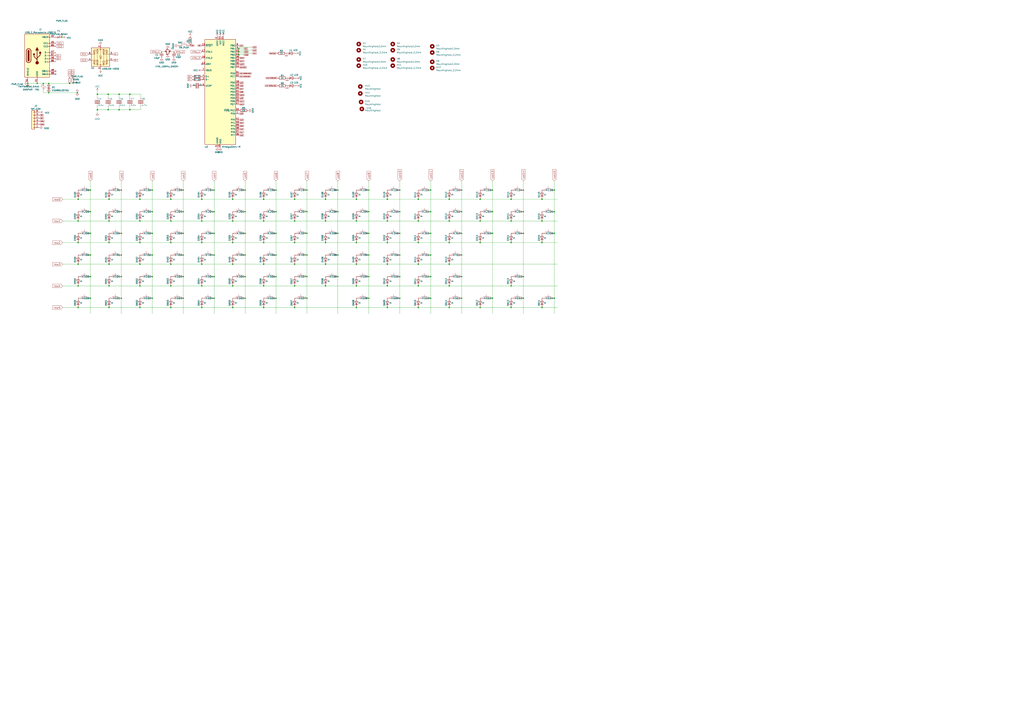
<source format=kicad_sch>
(kicad_sch (version 20210126) (generator eeschema)
  (paper "A1")
  (junction (at 22.86 68.58) (diameter 0.9144))
  (junction (at 30.48 68.58) (diameter 0.9144))
  (junction (at 35.56 68.58) (diameter 0.9144))
  (junction (at 40.005 68.58) (diameter 0.9144))
  (junction (at 40.005 76.2) (diameter 0.9144))
  (junction (at 50.8 30.48) (diameter 0.9144))
  (junction (at 57.15 68.58) (diameter 0.9144))
  (junction (at 63.5 76.2) (diameter 0.9144))
  (junction (at 64.135 163.83) (diameter 0.9144))
  (junction (at 64.135 181.61) (diameter 0.9144))
  (junction (at 64.135 199.39) (diameter 0.9144))
  (junction (at 64.135 217.17) (diameter 0.9144))
  (junction (at 64.135 234.95) (diameter 0.9144))
  (junction (at 64.135 252.73) (diameter 0.9144))
  (junction (at 74.295 156.21) (diameter 0.9144))
  (junction (at 74.295 173.99) (diameter 0.9144))
  (junction (at 74.295 191.77) (diameter 0.9144))
  (junction (at 74.295 209.55) (diameter 0.9144))
  (junction (at 74.295 227.33) (diameter 0.9144))
  (junction (at 74.295 245.11) (diameter 0.9144))
  (junction (at 80.01 77.47) (diameter 1.016))
  (junction (at 80.01 90.17) (diameter 1.016))
  (junction (at 88.9 77.47) (diameter 1.016))
  (junction (at 88.9 90.17) (diameter 1.016))
  (junction (at 89.535 163.83) (diameter 0.9144))
  (junction (at 89.535 181.61) (diameter 0.9144))
  (junction (at 89.535 199.39) (diameter 0.9144))
  (junction (at 89.535 217.17) (diameter 0.9144))
  (junction (at 89.535 234.95) (diameter 0.9144))
  (junction (at 89.535 252.73) (diameter 0.9144))
  (junction (at 97.79 77.47) (diameter 1.016))
  (junction (at 97.79 90.17) (diameter 1.016))
  (junction (at 99.695 156.21) (diameter 0.9144))
  (junction (at 99.695 173.99) (diameter 0.9144))
  (junction (at 99.695 191.77) (diameter 0.9144))
  (junction (at 99.695 209.55) (diameter 0.9144))
  (junction (at 99.695 227.33) (diameter 0.9144))
  (junction (at 99.695 245.11) (diameter 0.9144))
  (junction (at 106.68 77.47) (diameter 1.016))
  (junction (at 106.68 90.17) (diameter 1.016))
  (junction (at 114.935 163.83) (diameter 0.9144))
  (junction (at 114.935 181.61) (diameter 0.9144))
  (junction (at 114.935 199.39) (diameter 0.9144))
  (junction (at 114.935 217.17) (diameter 0.9144))
  (junction (at 114.935 234.95) (diameter 0.9144))
  (junction (at 114.935 252.73) (diameter 0.9144))
  (junction (at 125.095 156.21) (diameter 0.9144))
  (junction (at 125.095 173.99) (diameter 0.9144))
  (junction (at 125.095 191.77) (diameter 0.9144))
  (junction (at 125.095 209.55) (diameter 0.9144))
  (junction (at 125.095 227.33) (diameter 0.9144))
  (junction (at 125.095 245.11) (diameter 0.9144))
  (junction (at 140.335 163.83) (diameter 0.9144))
  (junction (at 140.335 181.61) (diameter 0.9144))
  (junction (at 140.335 199.39) (diameter 0.9144))
  (junction (at 140.335 217.17) (diameter 0.9144))
  (junction (at 140.335 234.95) (diameter 0.9144))
  (junction (at 140.335 252.73) (diameter 0.9144))
  (junction (at 150.495 156.21) (diameter 0.9144))
  (junction (at 150.495 173.99) (diameter 0.9144))
  (junction (at 150.495 191.77) (diameter 0.9144))
  (junction (at 150.495 209.55) (diameter 0.9144))
  (junction (at 150.495 227.33) (diameter 0.9144))
  (junction (at 150.495 245.11) (diameter 0.9144))
  (junction (at 165.735 163.83) (diameter 0.9144))
  (junction (at 165.735 181.61) (diameter 0.9144))
  (junction (at 165.735 199.39) (diameter 0.9144))
  (junction (at 165.735 217.17) (diameter 0.9144))
  (junction (at 165.735 234.95) (diameter 0.9144))
  (junction (at 165.735 252.73) (diameter 0.9144))
  (junction (at 175.895 156.21) (diameter 0.9144))
  (junction (at 175.895 173.99) (diameter 0.9144))
  (junction (at 175.895 191.77) (diameter 0.9144))
  (junction (at 175.895 209.55) (diameter 0.9144))
  (junction (at 175.895 227.33) (diameter 0.9144))
  (junction (at 175.895 245.11) (diameter 0.9144))
  (junction (at 191.135 163.83) (diameter 0.9144))
  (junction (at 191.135 181.61) (diameter 0.9144))
  (junction (at 191.135 199.39) (diameter 0.9144))
  (junction (at 191.135 217.17) (diameter 0.9144))
  (junction (at 191.135 234.95) (diameter 0.9144))
  (junction (at 191.135 252.73) (diameter 0.9144))
  (junction (at 196.215 40.005) (diameter 0.9144))
  (junction (at 196.215 42.545) (diameter 0.9144))
  (junction (at 196.215 45.085) (diameter 0.9144))
  (junction (at 201.295 156.21) (diameter 0.9144))
  (junction (at 201.295 173.99) (diameter 0.9144))
  (junction (at 201.295 191.77) (diameter 0.9144))
  (junction (at 201.295 209.55) (diameter 0.9144))
  (junction (at 201.295 227.33) (diameter 0.9144))
  (junction (at 201.295 245.11) (diameter 0.9144))
  (junction (at 216.535 163.83) (diameter 0.9144))
  (junction (at 216.535 181.61) (diameter 0.9144))
  (junction (at 216.535 199.39) (diameter 0.9144))
  (junction (at 216.535 217.17) (diameter 0.9144))
  (junction (at 216.535 234.95) (diameter 0.9144))
  (junction (at 216.535 252.73) (diameter 0.9144))
  (junction (at 226.695 156.21) (diameter 0.9144))
  (junction (at 226.695 173.99) (diameter 0.9144))
  (junction (at 226.695 191.77) (diameter 0.9144))
  (junction (at 226.695 209.55) (diameter 0.9144))
  (junction (at 226.695 227.33) (diameter 0.9144))
  (junction (at 226.695 245.11) (diameter 0.9144))
  (junction (at 241.935 163.83) (diameter 0.9144))
  (junction (at 241.935 181.61) (diameter 0.9144))
  (junction (at 241.935 199.39) (diameter 0.9144))
  (junction (at 241.935 217.17) (diameter 0.9144))
  (junction (at 241.935 234.95) (diameter 0.9144))
  (junction (at 241.935 252.73) (diameter 0.9144))
  (junction (at 252.095 156.21) (diameter 0.9144))
  (junction (at 252.095 173.99) (diameter 0.9144))
  (junction (at 252.095 191.77) (diameter 0.9144))
  (junction (at 252.095 209.55) (diameter 0.9144))
  (junction (at 252.095 227.33) (diameter 0.9144))
  (junction (at 252.095 245.11) (diameter 0.9144))
  (junction (at 267.335 163.83) (diameter 0.9144))
  (junction (at 267.335 181.61) (diameter 0.9144))
  (junction (at 267.335 199.39) (diameter 0.9144))
  (junction (at 267.335 217.17) (diameter 0.9144))
  (junction (at 267.335 234.95) (diameter 0.9144))
  (junction (at 277.495 156.21) (diameter 0.9144))
  (junction (at 277.495 173.99) (diameter 0.9144))
  (junction (at 277.495 191.77) (diameter 0.9144))
  (junction (at 277.495 209.55) (diameter 0.9144))
  (junction (at 277.495 227.33) (diameter 0.9144))
  (junction (at 292.735 163.83) (diameter 0.9144))
  (junction (at 292.735 181.61) (diameter 0.9144))
  (junction (at 292.735 199.39) (diameter 0.9144))
  (junction (at 292.735 217.17) (diameter 0.9144))
  (junction (at 292.735 234.95) (diameter 0.9144))
  (junction (at 292.735 252.73) (diameter 0.9144))
  (junction (at 302.895 156.21) (diameter 0.9144))
  (junction (at 302.895 173.99) (diameter 0.9144))
  (junction (at 302.895 191.77) (diameter 0.9144))
  (junction (at 302.895 209.55) (diameter 0.9144))
  (junction (at 302.895 227.33) (diameter 0.9144))
  (junction (at 302.895 245.11) (diameter 0.9144))
  (junction (at 318.135 163.83) (diameter 0.9144))
  (junction (at 318.135 181.61) (diameter 0.9144))
  (junction (at 318.135 199.39) (diameter 0.9144))
  (junction (at 318.135 217.17) (diameter 0.9144))
  (junction (at 318.135 234.95) (diameter 0.9144))
  (junction (at 318.135 252.73) (diameter 0.9144))
  (junction (at 328.295 156.21) (diameter 0.9144))
  (junction (at 328.295 173.99) (diameter 0.9144))
  (junction (at 328.295 191.77) (diameter 0.9144))
  (junction (at 328.295 209.55) (diameter 0.9144))
  (junction (at 328.295 227.33) (diameter 0.9144))
  (junction (at 328.295 245.11) (diameter 0.9144))
  (junction (at 343.535 163.83) (diameter 0.9144))
  (junction (at 343.535 181.61) (diameter 0.9144))
  (junction (at 343.535 199.39) (diameter 0.9144))
  (junction (at 343.535 217.17) (diameter 0.9144))
  (junction (at 343.535 234.95) (diameter 0.9144))
  (junction (at 343.535 252.73) (diameter 0.9144))
  (junction (at 353.695 156.21) (diameter 0.9144))
  (junction (at 353.695 173.99) (diameter 0.9144))
  (junction (at 353.695 191.77) (diameter 0.9144))
  (junction (at 353.695 209.55) (diameter 0.9144))
  (junction (at 353.695 227.33) (diameter 0.9144))
  (junction (at 353.695 245.11) (diameter 0.9144))
  (junction (at 368.935 163.83) (diameter 0.9144))
  (junction (at 368.935 181.61) (diameter 0.9144))
  (junction (at 368.935 199.39) (diameter 0.9144))
  (junction (at 368.935 217.17) (diameter 0.9144))
  (junction (at 368.935 234.95) (diameter 0.9144))
  (junction (at 368.935 252.73) (diameter 0.9144))
  (junction (at 379.095 156.21) (diameter 0.9144))
  (junction (at 379.095 173.99) (diameter 0.9144))
  (junction (at 379.095 191.77) (diameter 0.9144))
  (junction (at 379.095 209.55) (diameter 0.9144))
  (junction (at 379.095 227.33) (diameter 0.9144))
  (junction (at 379.095 245.11) (diameter 0.9144))
  (junction (at 394.335 163.83) (diameter 0.9144))
  (junction (at 394.335 181.61) (diameter 0.9144))
  (junction (at 394.335 199.39) (diameter 0.9144))
  (junction (at 394.335 252.73) (diameter 0.9144))
  (junction (at 404.495 156.21) (diameter 0.9144))
  (junction (at 404.495 173.99) (diameter 0.9144))
  (junction (at 404.495 191.77) (diameter 0.9144))
  (junction (at 404.495 245.11) (diameter 0.9144))
  (junction (at 419.735 163.83) (diameter 0.9144))
  (junction (at 419.735 181.61) (diameter 0.9144))
  (junction (at 419.735 199.39) (diameter 0.9144))
  (junction (at 419.735 234.95) (diameter 0.9144))
  (junction (at 419.735 252.73) (diameter 0.9144))
  (junction (at 429.895 156.21) (diameter 0.9144))
  (junction (at 429.895 173.99) (diameter 0.9144))
  (junction (at 429.895 191.77) (diameter 0.9144))
  (junction (at 429.895 227.33) (diameter 0.9144))
  (junction (at 429.895 245.11) (diameter 0.9144))
  (junction (at 445.135 163.83) (diameter 0.9144))
  (junction (at 445.135 181.61) (diameter 0.9144))
  (junction (at 445.135 199.39) (diameter 0.9144))
  (junction (at 445.135 252.73) (diameter 0.9144))
  (junction (at 455.295 156.21) (diameter 0.9144))
  (junction (at 455.295 173.99) (diameter 0.9144))
  (junction (at 455.295 191.77) (diameter 0.9144))
  (junction (at 455.295 245.11) (diameter 0.9144))
  (no_connect (at 45.72 58.42))
  (no_connect (at 45.72 60.96))
  (no_connect (at 165.735 52.705))
  (wire (pts (xy 22.86 68.58) (xy 30.48 68.58)))
  (wire (pts (xy 30.48 68.58) (xy 35.56 68.58)))
  (wire (pts (xy 35.56 68.58) (xy 40.005 68.58)))
  (wire (pts (xy 35.56 73.66) (xy 35.56 76.2)))
  (wire (pts (xy 35.56 76.2) (xy 40.005 76.2)))
  (wire (pts (xy 40.005 68.58) (xy 57.15 68.58)))
  (wire (pts (xy 40.005 76.2) (xy 63.5 76.2)))
  (wire (pts (xy 45.72 43.18) (xy 45.72 45.72)))
  (wire (pts (xy 45.72 48.26) (xy 45.72 50.8)))
  (wire (pts (xy 51.435 163.83) (xy 64.135 163.83)))
  (wire (pts (xy 51.435 181.61) (xy 64.135 181.61)))
  (wire (pts (xy 51.435 199.39) (xy 64.135 199.39)))
  (wire (pts (xy 51.435 217.17) (xy 64.135 217.17)))
  (wire (pts (xy 51.435 234.95) (xy 64.135 234.95)))
  (wire (pts (xy 51.435 252.73) (xy 64.135 252.73)))
  (wire (pts (xy 57.15 68.58) (xy 59.69 68.58)))
  (wire (pts (xy 64.135 163.83) (xy 89.535 163.83)))
  (wire (pts (xy 64.135 181.61) (xy 89.535 181.61)))
  (wire (pts (xy 64.135 199.39) (xy 89.535 199.39)))
  (wire (pts (xy 64.135 217.17) (xy 89.535 217.17)))
  (wire (pts (xy 64.135 234.95) (xy 89.535 234.95)))
  (wire (pts (xy 64.135 252.73) (xy 89.535 252.73)))
  (wire (pts (xy 74.295 148.59) (xy 74.295 156.21)))
  (wire (pts (xy 74.295 156.21) (xy 74.295 173.99)))
  (wire (pts (xy 74.295 173.99) (xy 74.295 191.77)))
  (wire (pts (xy 74.295 191.77) (xy 74.295 209.55)))
  (wire (pts (xy 74.295 209.55) (xy 74.295 227.33)))
  (wire (pts (xy 74.295 227.33) (xy 74.295 245.11)))
  (wire (pts (xy 74.295 245.11) (xy 74.295 257.81)))
  (wire (pts (xy 80.01 74.93) (xy 80.01 77.47)))
  (wire (pts (xy 80.01 77.47) (xy 80.01 80.01)))
  (wire (pts (xy 80.01 77.47) (xy 88.9 77.47)))
  (wire (pts (xy 80.01 87.63) (xy 80.01 90.17)))
  (wire (pts (xy 80.01 90.17) (xy 80.01 92.71)))
  (wire (pts (xy 80.01 90.17) (xy 88.9 90.17)))
  (wire (pts (xy 88.9 77.47) (xy 88.9 80.01)))
  (wire (pts (xy 88.9 77.47) (xy 97.79 77.47)))
  (wire (pts (xy 88.9 87.63) (xy 88.9 90.17)))
  (wire (pts (xy 88.9 90.17) (xy 97.79 90.17)))
  (wire (pts (xy 89.535 163.83) (xy 114.935 163.83)))
  (wire (pts (xy 89.535 181.61) (xy 114.935 181.61)))
  (wire (pts (xy 89.535 199.39) (xy 114.935 199.39)))
  (wire (pts (xy 89.535 217.17) (xy 114.935 217.17)))
  (wire (pts (xy 89.535 234.95) (xy 114.935 234.95)))
  (wire (pts (xy 89.535 252.73) (xy 114.935 252.73)))
  (wire (pts (xy 97.79 77.47) (xy 97.79 80.01)))
  (wire (pts (xy 97.79 77.47) (xy 106.68 77.47)))
  (wire (pts (xy 97.79 90.17) (xy 97.79 87.63)))
  (wire (pts (xy 97.79 90.17) (xy 106.68 90.17)))
  (wire (pts (xy 99.695 148.59) (xy 99.695 156.21)))
  (wire (pts (xy 99.695 156.21) (xy 99.695 173.99)))
  (wire (pts (xy 99.695 173.99) (xy 99.695 191.77)))
  (wire (pts (xy 99.695 191.77) (xy 99.695 209.55)))
  (wire (pts (xy 99.695 209.55) (xy 99.695 227.33)))
  (wire (pts (xy 99.695 227.33) (xy 99.695 245.11)))
  (wire (pts (xy 99.695 245.11) (xy 99.695 257.81)))
  (wire (pts (xy 106.68 77.47) (xy 106.68 80.01)))
  (wire (pts (xy 106.68 77.47) (xy 115.57 77.47)))
  (wire (pts (xy 106.68 90.17) (xy 106.68 87.63)))
  (wire (pts (xy 106.68 90.17) (xy 115.57 90.17)))
  (wire (pts (xy 114.935 163.83) (xy 140.335 163.83)))
  (wire (pts (xy 114.935 181.61) (xy 140.335 181.61)))
  (wire (pts (xy 114.935 199.39) (xy 140.335 199.39)))
  (wire (pts (xy 114.935 217.17) (xy 140.335 217.17)))
  (wire (pts (xy 114.935 234.95) (xy 140.335 234.95)))
  (wire (pts (xy 114.935 252.73) (xy 140.335 252.73)))
  (wire (pts (xy 115.57 77.47) (xy 115.57 80.01)))
  (wire (pts (xy 115.57 90.17) (xy 115.57 87.63)))
  (wire (pts (xy 125.095 148.59) (xy 125.095 156.21)))
  (wire (pts (xy 125.095 156.21) (xy 125.095 173.99)))
  (wire (pts (xy 125.095 173.99) (xy 125.095 191.77)))
  (wire (pts (xy 125.095 191.77) (xy 125.095 209.55)))
  (wire (pts (xy 125.095 209.55) (xy 125.095 227.33)))
  (wire (pts (xy 125.095 227.33) (xy 125.095 245.11)))
  (wire (pts (xy 125.095 245.11) (xy 125.095 257.81)))
  (wire (pts (xy 132.715 42.545) (xy 135.255 42.545)))
  (wire (pts (xy 140.335 42.545) (xy 142.875 42.545)))
  (wire (pts (xy 140.335 163.83) (xy 165.735 163.83)))
  (wire (pts (xy 140.335 181.61) (xy 165.735 181.61)))
  (wire (pts (xy 140.335 199.39) (xy 165.735 199.39)))
  (wire (pts (xy 140.335 217.17) (xy 165.735 217.17)))
  (wire (pts (xy 140.335 234.95) (xy 165.735 234.95)))
  (wire (pts (xy 140.335 252.73) (xy 165.735 252.73)))
  (wire (pts (xy 150.495 148.59) (xy 150.495 156.21)))
  (wire (pts (xy 150.495 156.21) (xy 150.495 173.99)))
  (wire (pts (xy 150.495 173.99) (xy 150.495 191.77)))
  (wire (pts (xy 150.495 191.77) (xy 150.495 209.55)))
  (wire (pts (xy 150.495 209.55) (xy 150.495 227.33)))
  (wire (pts (xy 150.495 227.33) (xy 150.495 245.11)))
  (wire (pts (xy 150.495 245.11) (xy 150.495 257.81)))
  (wire (pts (xy 165.735 163.83) (xy 191.135 163.83)))
  (wire (pts (xy 165.735 181.61) (xy 191.135 181.61)))
  (wire (pts (xy 165.735 199.39) (xy 191.135 199.39)))
  (wire (pts (xy 165.735 217.17) (xy 191.135 217.17)))
  (wire (pts (xy 165.735 234.95) (xy 191.135 234.95)))
  (wire (pts (xy 165.735 252.73) (xy 191.135 252.73)))
  (wire (pts (xy 175.895 148.59) (xy 175.895 156.21)))
  (wire (pts (xy 175.895 156.21) (xy 175.895 173.99)))
  (wire (pts (xy 175.895 173.99) (xy 175.895 191.77)))
  (wire (pts (xy 175.895 191.77) (xy 175.895 209.55)))
  (wire (pts (xy 175.895 209.55) (xy 175.895 227.33)))
  (wire (pts (xy 175.895 227.33) (xy 175.895 245.11)))
  (wire (pts (xy 175.895 245.11) (xy 175.895 257.81)))
  (wire (pts (xy 191.135 163.83) (xy 216.535 163.83)))
  (wire (pts (xy 191.135 181.61) (xy 216.535 181.61)))
  (wire (pts (xy 191.135 199.39) (xy 216.535 199.39)))
  (wire (pts (xy 191.135 217.17) (xy 216.535 217.17)))
  (wire (pts (xy 191.135 234.95) (xy 216.535 234.95)))
  (wire (pts (xy 191.135 252.73) (xy 216.535 252.73)))
  (wire (pts (xy 196.215 38.735) (xy 207.01 38.735)))
  (wire (pts (xy 196.215 40.005) (xy 196.215 38.735)))
  (wire (pts (xy 196.215 40.005) (xy 200.025 40.005)))
  (wire (pts (xy 196.215 41.275) (xy 207.01 41.275)))
  (wire (pts (xy 196.215 42.545) (xy 196.215 41.275)))
  (wire (pts (xy 196.215 42.545) (xy 200.025 42.545)))
  (wire (pts (xy 196.215 43.815) (xy 207.01 43.815)))
  (wire (pts (xy 196.215 45.085) (xy 196.215 43.815)))
  (wire (pts (xy 196.215 45.085) (xy 200.025 45.085)))
  (wire (pts (xy 201.295 148.59) (xy 201.295 156.21)))
  (wire (pts (xy 201.295 156.21) (xy 201.295 173.99)))
  (wire (pts (xy 201.295 173.99) (xy 201.295 191.77)))
  (wire (pts (xy 201.295 191.77) (xy 201.295 209.55)))
  (wire (pts (xy 201.295 209.55) (xy 201.295 227.33)))
  (wire (pts (xy 201.295 227.33) (xy 201.295 245.11)))
  (wire (pts (xy 201.295 245.11) (xy 201.295 257.81)))
  (wire (pts (xy 216.535 163.83) (xy 241.935 163.83)))
  (wire (pts (xy 216.535 181.61) (xy 241.935 181.61)))
  (wire (pts (xy 216.535 199.39) (xy 241.935 199.39)))
  (wire (pts (xy 216.535 217.17) (xy 241.935 217.17)))
  (wire (pts (xy 216.535 234.95) (xy 241.935 234.95)))
  (wire (pts (xy 216.535 252.73) (xy 241.935 252.73)))
  (wire (pts (xy 226.695 148.59) (xy 226.695 156.21)))
  (wire (pts (xy 226.695 156.21) (xy 226.695 173.99)))
  (wire (pts (xy 226.695 173.99) (xy 226.695 191.77)))
  (wire (pts (xy 226.695 191.77) (xy 226.695 209.55)))
  (wire (pts (xy 226.695 209.55) (xy 226.695 227.33)))
  (wire (pts (xy 226.695 227.33) (xy 226.695 245.11)))
  (wire (pts (xy 226.695 245.11) (xy 226.695 257.81)))
  (wire (pts (xy 241.935 163.83) (xy 267.335 163.83)))
  (wire (pts (xy 241.935 181.61) (xy 267.335 181.61)))
  (wire (pts (xy 241.935 199.39) (xy 267.335 199.39)))
  (wire (pts (xy 241.935 217.17) (xy 267.335 217.17)))
  (wire (pts (xy 241.935 234.95) (xy 267.335 234.95)))
  (wire (pts (xy 241.935 252.73) (xy 292.735 252.73)))
  (wire (pts (xy 252.095 148.59) (xy 252.095 156.21)))
  (wire (pts (xy 252.095 156.21) (xy 252.095 173.99)))
  (wire (pts (xy 252.095 173.99) (xy 252.095 191.77)))
  (wire (pts (xy 252.095 191.77) (xy 252.095 209.55)))
  (wire (pts (xy 252.095 209.55) (xy 252.095 227.33)))
  (wire (pts (xy 252.095 227.33) (xy 252.095 245.11)))
  (wire (pts (xy 252.095 245.11) (xy 252.095 257.81)))
  (wire (pts (xy 267.335 163.83) (xy 292.735 163.83)))
  (wire (pts (xy 267.335 181.61) (xy 292.735 181.61)))
  (wire (pts (xy 267.335 199.39) (xy 292.735 199.39)))
  (wire (pts (xy 267.335 217.17) (xy 292.735 217.17)))
  (wire (pts (xy 267.335 234.95) (xy 292.735 234.95)))
  (wire (pts (xy 277.495 148.59) (xy 277.495 156.21)))
  (wire (pts (xy 277.495 156.21) (xy 277.495 173.99)))
  (wire (pts (xy 277.495 173.99) (xy 277.495 191.77)))
  (wire (pts (xy 277.495 191.77) (xy 277.495 209.55)))
  (wire (pts (xy 277.495 209.55) (xy 277.495 227.33)))
  (wire (pts (xy 277.495 227.33) (xy 277.495 257.81)))
  (wire (pts (xy 292.735 163.83) (xy 318.135 163.83)))
  (wire (pts (xy 292.735 181.61) (xy 318.135 181.61)))
  (wire (pts (xy 292.735 199.39) (xy 318.135 199.39)))
  (wire (pts (xy 292.735 217.17) (xy 318.135 217.17)))
  (wire (pts (xy 292.735 234.95) (xy 318.135 234.95)))
  (wire (pts (xy 292.735 252.73) (xy 318.135 252.73)))
  (wire (pts (xy 302.895 148.59) (xy 302.895 156.21)))
  (wire (pts (xy 302.895 156.21) (xy 302.895 173.99)))
  (wire (pts (xy 302.895 173.99) (xy 302.895 191.77)))
  (wire (pts (xy 302.895 191.77) (xy 302.895 209.55)))
  (wire (pts (xy 302.895 209.55) (xy 302.895 227.33)))
  (wire (pts (xy 302.895 227.33) (xy 302.895 245.11)))
  (wire (pts (xy 302.895 245.11) (xy 302.895 257.81)))
  (wire (pts (xy 318.135 163.83) (xy 343.535 163.83)))
  (wire (pts (xy 318.135 181.61) (xy 343.535 181.61)))
  (wire (pts (xy 318.135 199.39) (xy 343.535 199.39)))
  (wire (pts (xy 318.135 217.17) (xy 343.535 217.17)))
  (wire (pts (xy 318.135 234.95) (xy 343.535 234.95)))
  (wire (pts (xy 318.135 252.73) (xy 343.535 252.73)))
  (wire (pts (xy 328.295 148.59) (xy 328.295 156.21)))
  (wire (pts (xy 328.295 156.21) (xy 328.295 173.99)))
  (wire (pts (xy 328.295 173.99) (xy 328.295 191.77)))
  (wire (pts (xy 328.295 191.77) (xy 328.295 209.55)))
  (wire (pts (xy 328.295 209.55) (xy 328.295 227.33)))
  (wire (pts (xy 328.295 227.33) (xy 328.295 245.11)))
  (wire (pts (xy 328.295 245.11) (xy 328.295 257.81)))
  (wire (pts (xy 343.535 163.83) (xy 368.935 163.83)))
  (wire (pts (xy 343.535 181.61) (xy 368.935 181.61)))
  (wire (pts (xy 343.535 199.39) (xy 368.935 199.39)))
  (wire (pts (xy 343.535 217.17) (xy 368.935 217.17)))
  (wire (pts (xy 343.535 234.95) (xy 368.935 234.95)))
  (wire (pts (xy 343.535 252.73) (xy 368.935 252.73)))
  (wire (pts (xy 353.695 148.59) (xy 353.695 156.21)))
  (wire (pts (xy 353.695 156.21) (xy 353.695 173.99)))
  (wire (pts (xy 353.695 173.99) (xy 353.695 191.77)))
  (wire (pts (xy 353.695 191.77) (xy 353.695 209.55)))
  (wire (pts (xy 353.695 209.55) (xy 353.695 227.33)))
  (wire (pts (xy 353.695 227.33) (xy 353.695 245.11)))
  (wire (pts (xy 353.695 245.11) (xy 353.695 257.81)))
  (wire (pts (xy 368.935 163.83) (xy 394.335 163.83)))
  (wire (pts (xy 368.935 181.61) (xy 394.335 181.61)))
  (wire (pts (xy 368.935 199.39) (xy 394.335 199.39)))
  (wire (pts (xy 368.935 217.17) (xy 457.835 217.17)))
  (wire (pts (xy 368.935 234.95) (xy 419.735 234.95)))
  (wire (pts (xy 368.935 252.73) (xy 394.335 252.73)))
  (wire (pts (xy 379.095 148.59) (xy 379.095 156.21)))
  (wire (pts (xy 379.095 156.21) (xy 379.095 173.99)))
  (wire (pts (xy 379.095 173.99) (xy 379.095 191.77)))
  (wire (pts (xy 379.095 191.77) (xy 379.095 209.55)))
  (wire (pts (xy 379.095 209.55) (xy 379.095 227.33)))
  (wire (pts (xy 379.095 227.33) (xy 379.095 245.11)))
  (wire (pts (xy 379.095 245.11) (xy 379.095 257.81)))
  (wire (pts (xy 394.335 163.83) (xy 419.735 163.83)))
  (wire (pts (xy 394.335 181.61) (xy 419.735 181.61)))
  (wire (pts (xy 394.335 199.39) (xy 419.735 199.39)))
  (wire (pts (xy 394.335 252.73) (xy 419.735 252.73)))
  (wire (pts (xy 404.495 148.59) (xy 404.495 156.21)))
  (wire (pts (xy 404.495 156.21) (xy 404.495 173.99)))
  (wire (pts (xy 404.495 173.99) (xy 404.495 191.77)))
  (wire (pts (xy 404.495 191.77) (xy 404.495 245.11)))
  (wire (pts (xy 404.495 245.11) (xy 404.495 257.81)))
  (wire (pts (xy 419.735 163.83) (xy 445.135 163.83)))
  (wire (pts (xy 419.735 181.61) (xy 445.135 181.61)))
  (wire (pts (xy 419.735 199.39) (xy 445.135 199.39)))
  (wire (pts (xy 419.735 234.95) (xy 457.835 234.95)))
  (wire (pts (xy 419.735 252.73) (xy 445.135 252.73)))
  (wire (pts (xy 429.895 148.59) (xy 429.895 156.21)))
  (wire (pts (xy 429.895 156.21) (xy 429.895 173.99)))
  (wire (pts (xy 429.895 173.99) (xy 429.895 191.77)))
  (wire (pts (xy 429.895 191.77) (xy 429.895 227.33)))
  (wire (pts (xy 429.895 227.33) (xy 429.895 245.11)))
  (wire (pts (xy 429.895 245.11) (xy 429.895 257.81)))
  (wire (pts (xy 445.135 163.83) (xy 457.835 163.83)))
  (wire (pts (xy 445.135 181.61) (xy 457.835 181.61)))
  (wire (pts (xy 445.135 199.39) (xy 457.835 199.39)))
  (wire (pts (xy 445.135 252.73) (xy 457.835 252.73)))
  (wire (pts (xy 455.295 148.59) (xy 455.295 156.21)))
  (wire (pts (xy 455.295 156.21) (xy 455.295 173.99)))
  (wire (pts (xy 455.295 173.99) (xy 455.295 191.77)))
  (wire (pts (xy 455.295 191.77) (xy 455.295 245.11)))
  (wire (pts (xy 455.295 245.11) (xy 455.295 257.81)))
  (global_label "RST" (shape input) (at 32.385 94.615 0) (effects (font (size 0.7112 0.7112))) (property "Intersheet References" "${INTERSHEET_REFS}" (effects hide)))
  (global_label "SCK" (shape input) (at 32.385 97.155 0) (effects (font (size 0.7112 0.7112))) (property "Intersheet References" "${INTERSHEET_REFS}" (effects hide)))
  (global_label "MOSI" (shape input) (at 32.385 99.695 0) (effects (font (size 0.7112 0.7112))) (property "Intersheet References" "${INTERSHEET_REFS}" (effects hide)))
  (global_label "MISO" (shape input) (at 32.385 102.235 0) (effects (font (size 0.7112 0.7112))) (property "Intersheet References" "${INTERSHEET_REFS}" (effects hide)))
  (global_label "CC1" (shape input) (at 45.72 35.56 0) (property "Intersheet References" "${INTERSHEET_REFS}" (effects hide)))
  (global_label "CC2" (shape input) (at 45.72 38.1 0) (property "Intersheet References" "${INTERSHEET_REFS}" (effects hide)))
  (global_label "D-" (shape input) (at 45.72 45.72 0) (effects (font (size 0.9906 0.9906))) (property "Intersheet References" "${INTERSHEET_REFS}" (effects hide)))
  (global_label "D+" (shape input) (at 45.72 48.26 0) (effects (font (size 0.9906 0.9906))) (property "Intersheet References" "${INTERSHEET_REFS}" (effects hide)))
  (global_label "row0" (shape input) (at 51.435 163.83 180) (effects (font (size 1.524 1.524))) (property "Intersheet References" "${INTERSHEET_REFS}" (effects hide)))
  (global_label "row1" (shape input) (at 51.435 181.61 180) (effects (font (size 1.524 1.524))) (property "Intersheet References" "${INTERSHEET_REFS}" (effects hide)))
  (global_label "row2" (shape input) (at 51.435 199.39 180) (effects (font (size 1.524 1.524))) (property "Intersheet References" "${INTERSHEET_REFS}" (effects hide)))
  (global_label "row3" (shape input) (at 51.435 217.17 180) (effects (font (size 1.524 1.524))) (property "Intersheet References" "${INTERSHEET_REFS}" (effects hide)))
  (global_label "row4" (shape input) (at 51.435 234.95 180) (effects (font (size 1.524 1.524))) (property "Intersheet References" "${INTERSHEET_REFS}" (effects hide)))
  (global_label "row5" (shape input) (at 51.435 252.73 180) (effects (font (size 1.524 1.524))) (property "Intersheet References" "${INTERSHEET_REFS}" (effects hide)))
  (global_label "CC1" (shape input) (at 57.15 63.5 90) (property "Intersheet References" "${INTERSHEET_REFS}" (effects hide)))
  (global_label "CC2" (shape input) (at 59.69 63.5 90) (property "Intersheet References" "${INTERSHEET_REFS}" (effects hide)))
  (global_label "CC1" (shape input) (at 72.39 44.45 180) (property "Intersheet References" "${INTERSHEET_REFS}" (effects hide)))
  (global_label "CC2" (shape input) (at 72.39 49.53 180) (property "Intersheet References" "${INTERSHEET_REFS}" (effects hide)))
  (global_label "col0" (shape input) (at 74.295 148.59 90) (effects (font (size 1.524 1.524))) (property "Intersheet References" "${INTERSHEET_REFS}" (effects hide)))
  (global_label "D-" (shape input) (at 92.71 44.45 0) (effects (font (size 0.9906 0.9906))) (property "Intersheet References" "${INTERSHEET_REFS}" (effects hide)))
  (global_label "D+" (shape input) (at 92.71 49.53 0) (effects (font (size 0.9906 0.9906))) (property "Intersheet References" "${INTERSHEET_REFS}" (effects hide)))
  (global_label "col1" (shape input) (at 99.695 148.59 90) (effects (font (size 1.524 1.524))) (property "Intersheet References" "${INTERSHEET_REFS}" (effects hide)))
  (global_label "col2" (shape input) (at 125.095 148.59 90) (effects (font (size 1.524 1.524))) (property "Intersheet References" "${INTERSHEET_REFS}" (effects hide)))
  (global_label "XTAL_1" (shape input) (at 132.715 42.545 180) (property "Intersheet References" "${INTERSHEET_REFS}" (effects hide)))
  (global_label "XTAL_2" (shape input) (at 142.875 42.545 0) (property "Intersheet References" "${INTERSHEET_REFS}" (effects hide)))
  (global_label "col3" (shape input) (at 150.495 148.59 90) (effects (font (size 1.524 1.524))) (property "Intersheet References" "${INTERSHEET_REFS}" (effects hide)))
  (global_label "RST" (shape input) (at 156.21 37.465 0) (effects (font (size 0.7112 0.7112))) (property "Intersheet References" "${INTERSHEET_REFS}" (effects hide)))
  (global_label "D+" (shape input) (at 158.115 62.865 180) (effects (font (size 0.9906 0.9906))) (property "Intersheet References" "${INTERSHEET_REFS}" (effects hide)))
  (global_label "D-" (shape input) (at 158.115 65.405 180) (effects (font (size 0.9906 0.9906))) (property "Intersheet References" "${INTERSHEET_REFS}" (effects hide)))
  (global_label "RST" (shape input) (at 165.735 37.465 180) (effects (font (size 0.7112 0.7112))) (property "Intersheet References" "${INTERSHEET_REFS}" (effects hide)))
  (global_label "XTAL_1" (shape input) (at 165.735 42.545 180) (property "Intersheet References" "${INTERSHEET_REFS}" (effects hide)))
  (global_label "XTAL_2" (shape input) (at 165.735 47.625 180) (property "Intersheet References" "${INTERSHEET_REFS}" (effects hide)))
  (global_label "col4" (shape input) (at 175.895 148.59 90) (effects (font (size 1.524 1.524))) (property "Intersheet References" "${INTERSHEET_REFS}" (effects hide)))
  (global_label "col1" (shape input) (at 196.215 37.465 0) (effects (font (size 0.7112 0.7112))) (property "Intersheet References" "${INTERSHEET_REFS}" (effects hide)))
  (global_label "col13" (shape input) (at 196.215 47.625 0) (effects (font (size 0.7112 0.7112))) (property "Intersheet References" "${INTERSHEET_REFS}" (effects hide)))
  (global_label "col14" (shape input) (at 196.215 50.165 0) (effects (font (size 0.7112 0.7112))) (property "Intersheet References" "${INTERSHEET_REFS}" (effects hide)))
  (global_label "col15" (shape input) (at 196.215 52.705 0) (effects (font (size 0.7112 0.7112))) (property "Intersheet References" "${INTERSHEET_REFS}" (effects hide)))
  (global_label "backlight" (shape input) (at 196.215 55.245 0) (effects (font (size 0.7112 0.7112))) (property "Intersheet References" "${INTERSHEET_REFS}" (effects hide)))
  (global_label "LED-SCROLLOCK" (shape input) (at 196.215 60.325 0) (effects (font (size 0.7112 0.7112))) (property "Intersheet References" "${INTERSHEET_REFS}" (effects hide)))
  (global_label "LED-CAPSLOCK" (shape input) (at 196.215 62.865 0) (effects (font (size 0.7112 0.7112))) (property "Intersheet References" "${INTERSHEET_REFS}" (effects hide)))
  (global_label "col5" (shape input) (at 196.215 67.945 0) (effects (font (size 0.7112 0.7112))) (property "Intersheet References" "${INTERSHEET_REFS}" (effects hide)))
  (global_label "col6" (shape input) (at 196.215 70.485 0) (effects (font (size 0.7112 0.7112))) (property "Intersheet References" "${INTERSHEET_REFS}" (effects hide)))
  (global_label "col7" (shape input) (at 196.215 73.025 0) (effects (font (size 0.7112 0.7112))) (property "Intersheet References" "${INTERSHEET_REFS}" (effects hide)))
  (global_label "col8" (shape input) (at 196.215 75.565 0) (effects (font (size 0.7112 0.7112))) (property "Intersheet References" "${INTERSHEET_REFS}" (effects hide)))
  (global_label "col10" (shape input) (at 196.215 78.105 0) (effects (font (size 0.7112 0.7112))) (property "Intersheet References" "${INTERSHEET_REFS}" (effects hide)))
  (global_label "col9" (shape input) (at 196.215 80.645 0) (effects (font (size 0.7112 0.7112))) (property "Intersheet References" "${INTERSHEET_REFS}" (effects hide)))
  (global_label "col11" (shape input) (at 196.215 83.185 0) (effects (font (size 0.7112 0.7112))) (property "Intersheet References" "${INTERSHEET_REFS}" (effects hide)))
  (global_label "col12" (shape input) (at 196.215 85.725 0) (effects (font (size 0.7112 0.7112))) (property "Intersheet References" "${INTERSHEET_REFS}" (effects hide)))
  (global_label "col0" (shape input) (at 196.215 93.345 0) (effects (font (size 0.7112 0.7112))) (property "Intersheet References" "${INTERSHEET_REFS}" (effects hide)))
  (global_label "row2" (shape input) (at 196.215 98.425 0) (effects (font (size 0.7112 0.7112))) (property "Intersheet References" "${INTERSHEET_REFS}" (effects hide)))
  (global_label "row1" (shape input) (at 196.215 100.965 0) (effects (font (size 0.7112 0.7112))) (property "Intersheet References" "${INTERSHEET_REFS}" (effects hide)))
  (global_label "row0" (shape input) (at 196.215 103.505 0) (effects (font (size 0.7112 0.7112))) (property "Intersheet References" "${INTERSHEET_REFS}" (effects hide)))
  (global_label "row3" (shape input) (at 196.215 106.045 0) (effects (font (size 0.7112 0.7112))) (property "Intersheet References" "${INTERSHEET_REFS}" (effects hide)))
  (global_label "row4" (shape input) (at 196.215 108.585 0) (effects (font (size 0.7112 0.7112))) (property "Intersheet References" "${INTERSHEET_REFS}" (effects hide)))
  (global_label "row5" (shape input) (at 196.215 111.125 0) (effects (font (size 0.7112 0.7112))) (property "Intersheet References" "${INTERSHEET_REFS}" (effects hide)))
  (global_label "SCK" (shape input) (at 200.025 40.005 0) (effects (font (size 0.7112 0.7112))) (property "Intersheet References" "${INTERSHEET_REFS}" (effects hide)))
  (global_label "MOSI" (shape input) (at 200.025 42.545 0) (effects (font (size 0.7112 0.7112))) (property "Intersheet References" "${INTERSHEET_REFS}" (effects hide)))
  (global_label "MISO" (shape input) (at 200.025 45.085 0) (effects (font (size 0.7112 0.7112))) (property "Intersheet References" "${INTERSHEET_REFS}" (effects hide)))
  (global_label "col5" (shape input) (at 201.295 148.59 90) (effects (font (size 1.524 1.524))) (property "Intersheet References" "${INTERSHEET_REFS}" (effects hide)))
  (global_label "col2" (shape input) (at 207.01 38.735 0) (effects (font (size 0.7112 0.7112))) (property "Intersheet References" "${INTERSHEET_REFS}" (effects hide)))
  (global_label "col3" (shape input) (at 207.01 41.275 0) (effects (font (size 0.7112 0.7112))) (property "Intersheet References" "${INTERSHEET_REFS}" (effects hide)))
  (global_label "col4" (shape input) (at 207.01 43.815 0) (effects (font (size 0.7112 0.7112))) (property "Intersheet References" "${INTERSHEET_REFS}" (effects hide)))
  (global_label "col6" (shape input) (at 226.695 148.59 90) (effects (font (size 1.524 1.524))) (property "Intersheet References" "${INTERSHEET_REFS}" (effects hide)))
  (global_label "backlight" (shape input) (at 227.33 43.815 180) (effects (font (size 0.7112 0.7112))) (property "Intersheet References" "${INTERSHEET_REFS}" (effects hide)))
  (global_label "LED-CAPSLOCK" (shape input) (at 227.965 64.135 180) (effects (font (size 0.7112 0.7112))) (property "Intersheet References" "${INTERSHEET_REFS}" (effects hide)))
  (global_label "LED-SCROLLOCK" (shape input) (at 227.965 70.485 180) (effects (font (size 0.7112 0.7112))) (property "Intersheet References" "${INTERSHEET_REFS}" (effects hide)))
  (global_label "col7" (shape input) (at 252.095 148.59 90) (effects (font (size 1.524 1.524))) (property "Intersheet References" "${INTERSHEET_REFS}" (effects hide)))
  (global_label "col8" (shape input) (at 277.495 148.59 90) (effects (font (size 1.524 1.524))) (property "Intersheet References" "${INTERSHEET_REFS}" (effects hide)))
  (global_label "col9" (shape input) (at 302.895 148.59 90) (effects (font (size 1.524 1.524))) (property "Intersheet References" "${INTERSHEET_REFS}" (effects hide)))
  (global_label "col10" (shape input) (at 328.295 148.59 90) (effects (font (size 1.524 1.524))) (property "Intersheet References" "${INTERSHEET_REFS}" (effects hide)))
  (global_label "col11" (shape input) (at 353.695 148.59 90) (effects (font (size 1.524 1.524))) (property "Intersheet References" "${INTERSHEET_REFS}" (effects hide)))
  (global_label "col12" (shape input) (at 379.095 148.59 90) (effects (font (size 1.524 1.524))) (property "Intersheet References" "${INTERSHEET_REFS}" (effects hide)))
  (global_label "col13" (shape input) (at 404.495 148.59 90) (effects (font (size 1.524 1.524))) (property "Intersheet References" "${INTERSHEET_REFS}" (effects hide)))
  (global_label "col14" (shape input) (at 429.895 148.59 90) (effects (font (size 1.524 1.524))) (property "Intersheet References" "${INTERSHEET_REFS}" (effects hide)))
  (global_label "col15" (shape input) (at 455.295 148.59 90) (effects (font (size 1.524 1.524))) (property "Intersheet References" "${INTERSHEET_REFS}" (effects hide)))
  (symbol (lib_id "power:VCC") (at 32.385 92.075 270) (unit 1)
    (property "Reference" "#PWR0107" (effects hide))
    (property "Value" "VCC" (at 36.83 92.7099 90) (effects (justify left)))
  )
  (symbol (lib_id "power:VCC") (at 50.8 30.48 270) (unit 1)
    (property "Reference" "#PWR0104" (effects hide))
    (property "Value" "VCC" (at 54.61 31.1149 90) (effects (justify left)))
  )
  (symbol (lib_id "power:VCC") (at 80.01 74.93 0) (unit 1)
    (property "Reference" "#PWR04" (effects hide))
    (property "Value" "VCC" (at 80.01 71.12 0))
  )
  (symbol (lib_id "power:VCC") (at 82.55 57.15 180) (unit 1)
    (property "Reference" "#PWR0105" (effects hide))
    (property "Value" "VCC" (at 82.55 62.23 0))
  )
  (symbol (lib_id "power:VCC") (at 156.21 29.845 0) (unit 1)
    (property "Reference" "#PWR01" (effects hide))
    (property "Value" "VCC" (at 156.21 26.035 0))
  )
  (symbol (lib_id "power:VCC") (at 165.735 57.785 90) (unit 1)
    (property "Reference" "#PWR013" (effects hide))
    (property "Value" "VCC" (at 160.655 57.785 90))
  )
  (symbol (lib_id "power:VCC") (at 178.435 29.845 0) (unit 1)
    (property "Reference" "#PWR0101" (effects hide))
    (property "Value" "VCC" (at 178.435 26.035 90))
  )
  (symbol (lib_id "power:VCC") (at 180.975 29.845 0) (unit 1)
    (property "Reference" "#PWR02" (effects hide))
    (property "Value" "VCC" (at 180.975 26.035 90))
  )
  (symbol (lib_id "power:VCC") (at 183.515 29.845 0) (unit 1)
    (property "Reference" "#PWR03" (effects hide))
    (property "Value" "VCC" (at 183.515 26.035 90))
  )
  (symbol (lib_id "power:VCC") (at 242.57 43.815 270) (unit 1)
    (property "Reference" "#PWR08" (effects hide))
    (property "Value" "VCC" (at 246.38 43.815 0))
  )
  (symbol (lib_id "power:VCC") (at 243.205 64.135 270) (unit 1)
    (property "Reference" "#PWR014" (effects hide))
    (property "Value" "VCC" (at 247.015 64.135 0))
  )
  (symbol (lib_id "power:VCC") (at 243.205 70.485 270) (unit 1)
    (property "Reference" "#PWR017" (effects hide))
    (property "Value" "VCC" (at 247.015 70.485 0))
  )
  (symbol (lib_id "power:PWR_FLAG") (at 22.86 68.58 90) (unit 1)
    (property "Reference" "#FLG02" (effects hide))
    (property "Value" "PWR_FLAG" (at 19.05 69.2149 90) (effects (justify left)))
  )
  (symbol (lib_id "power:PWR_FLAG") (at 50.8 30.48 0) (unit 1)
    (property "Reference" "#FLG0101" (effects hide))
    (property "Value" "PWR_FLAG" (at 50.8 17.145 0))
  )
  (symbol (lib_id "power:PWR_FLAG") (at 63.5 76.2 0) (unit 1)
    (property "Reference" "#FLG03" (effects hide))
    (property "Value" "PWR_FLAG" (at 63.5 62.865 0))
  )
  (symbol (lib_id "power:GNDPWR") (at 22.86 68.58 0) (unit 1)
    (property "Reference" "#PWR015" (effects hide))
    (property "Value" "GNDPWR" (at 22.733 73.66 0))
  )
  (symbol (lib_id "power:GND") (at 32.385 104.775 90) (unit 1)
    (property "Reference" "#PWR0108" (effects hide))
    (property "Value" "GND" (at 36.195 105.4099 90) (effects (justify right)))
  )
  (symbol (lib_id "power:GND") (at 63.5 76.2 0) (unit 1)
    (property "Reference" "#PWR0102" (effects hide))
    (property "Value" "GND" (at 63.5 81.28 0))
  )
  (symbol (lib_id "power:GND") (at 80.01 92.71 0) (unit 1)
    (property "Reference" "#PWR0109" (effects hide))
    (property "Value" "GND" (at 80.01 97.79 0))
  )
  (symbol (lib_id "power:GND") (at 82.55 36.83 180) (unit 1)
    (property "Reference" "#PWR0103" (effects hide))
    (property "Value" "GND" (at 82.55 33.02 0))
  )
  (symbol (lib_id "power:GND") (at 132.715 47.625 0) (unit 1)
    (property "Reference" "#PWR010" (effects hide))
    (property "Value" "GND" (at 132.715 51.435 0))
  )
  (symbol (lib_id "power:GND") (at 137.795 40.005 180) (unit 1)
    (property "Reference" "#PWR07" (effects hide))
    (property "Value" "GND" (at 137.795 36.195 0))
  )
  (symbol (lib_id "power:GND") (at 137.795 45.085 0) (unit 1)
    (property "Reference" "#PWR09" (effects hide))
    (property "Value" "GND" (at 137.795 48.895 0))
  )
  (symbol (lib_id "power:GND") (at 142.875 47.625 0) (unit 1)
    (property "Reference" "#PWR011" (effects hide))
    (property "Value" "GND" (at 142.875 51.435 0))
  )
  (symbol (lib_id "power:GND") (at 146.05 37.465 270) (unit 1)
    (property "Reference" "#PWR05" (effects hide))
    (property "Value" "GND" (at 142.24 37.465 0))
  )
  (symbol (lib_id "power:GND") (at 158.115 70.485 270) (mirror x) (unit 1)
    (property "Reference" "#PWR016" (effects hide))
    (property "Value" "GND" (at 154.305 70.485 0))
  )
  (symbol (lib_id "power:GND") (at 178.435 121.285 0) (unit 1)
    (property "Reference" "#PWR024" (effects hide))
    (property "Value" "GND" (at 178.435 125.095 0))
  )
  (symbol (lib_id "power:GND") (at 180.975 121.285 0) (unit 1)
    (property "Reference" "#PWR025" (effects hide))
    (property "Value" "GND" (at 180.975 125.095 0))
  )
  (symbol (lib_id "power:GND") (at 203.835 90.805 90) (unit 1)
    (property "Reference" "#PWR020" (effects hide))
    (property "Value" "GND" (at 207.645 90.805 0))
  )
  (symbol (lib_id "Device:R_Small") (at 57.15 66.04 0) (unit 1)
    (property "Reference" "R5" (at 59.69 65.4049 0) (effects (justify left)))
    (property "Value" "5kΩ" (at 59.69 67.9449 0) (effects (justify left)))
    (property "Footprint" "Resistor_SMD:R_0603_1608Metric" (effects hide))
  )
  (symbol (lib_id "Device:R_Small") (at 59.69 66.04 0) (unit 1)
    (property "Reference" "R6" (at 62.23 65.4049 0) (effects (justify left)))
    (property "Value" "5kΩ" (at 62.23 67.9449 0) (effects (justify left)))
    (property "Footprint" "Resistor_SMD:R_0603_1608Metric" (effects hide))
  )
  (symbol (lib_id "Device:Polyfuse_Small") (at 48.26 30.48 90) (unit 1)
    (property "Reference" "F1" (at 48.26 25.4 90))
    (property "Value" "Polyfuse_Small" (at 48.26 27.94 90))
    (property "Footprint" "Resistor_SMD:R_0805_2012Metric_Pad1.20x1.40mm_HandSolder" (effects hide))
  )
  (symbol (lib_id "Mechanical:MountingHole") (at 294.64 36.195 0) (unit 1)
    (property "Reference" "H1" (at 297.815 35.5599 0) (effects (justify left)))
    (property "Value" "MountingHole2.2mm" (at 297.815 38.0999 0) (effects (justify left)))
    (property "Footprint" "MountingHole:MountingHole_2.2mm_M2" (effects hide))
  )
  (symbol (lib_id "Mechanical:MountingHole") (at 294.64 41.275 0) (unit 1)
    (property "Reference" "H4" (at 297.815 40.6399 0) (effects (justify left)))
    (property "Value" "MountingHole_2.2mm" (at 297.815 43.1799 0) (effects (justify left)))
    (property "Footprint" "MountingHole:MountingHole_2.2mm_M2" (effects hide))
  )
  (symbol (lib_id "Mechanical:MountingHole") (at 294.64 48.895 0) (unit 1)
    (property "Reference" "H7" (at 297.815 48.2599 0) (effects (justify left)))
    (property "Value" "MountingHole2.2mm" (at 297.815 50.7999 0) (effects (justify left)))
    (property "Footprint" "MountingHole:MountingHole_2.2mm_M2" (effects hide))
  )
  (symbol (lib_id "Mechanical:MountingHole") (at 294.64 53.975 0) (unit 1)
    (property "Reference" "H10" (at 297.815 53.3399 0) (effects (justify left)))
    (property "Value" "MountingHole_2.2mm" (at 297.815 55.8799 0) (effects (justify left)))
    (property "Footprint" "MountingHole:MountingHole_2.2mm_M2" (effects hide))
  )
  (symbol (lib_id "Mechanical:MountingHole") (at 295.91 71.12 0) (unit 1)
    (property "Reference" "H13" (at 299.72 70.4849 0) (effects (justify left)))
    (property "Value" "MountingHole" (at 299.72 73.0249 0) (effects (justify left)))
    (property "Footprint" "MountingHole:MountingHole_5.3mm_M5_ISO14580" (effects hide))
  )
  (symbol (lib_id "Mechanical:MountingHole") (at 295.91 76.835 0) (unit 1)
    (property "Reference" "H14" (at 299.72 76.1999 0) (effects (justify left)))
    (property "Value" "MountingHole" (at 299.72 78.7399 0) (effects (justify left)))
    (property "Footprint" "MountingHole:MountingHole_5.3mm_M5_ISO14580" (effects hide))
  )
  (symbol (lib_id "Mechanical:MountingHole") (at 296.545 83.82 0) (unit 1)
    (property "Reference" "H15" (at 299.72 83.1849 0) (effects (justify left)))
    (property "Value" "MountingHole" (at 299.72 85.7249 0) (effects (justify left)))
    (property "Footprint" "MountingHole:MountingHole_5.3mm_M5_ISO14580" (effects hide))
  )
  (symbol (lib_id "Mechanical:MountingHole") (at 297.18 89.535 0) (unit 1)
    (property "Reference" "H16" (at 300.99 88.8999 0) (effects (justify left)))
    (property "Value" "MountingHole" (at 299.72 90.8049 0) (effects (justify left)))
    (property "Footprint" "MountingHole:MountingHole_5.3mm_M5_ISO14580" (effects hide))
  )
  (symbol (lib_id "Mechanical:MountingHole") (at 322.58 36.195 0) (unit 1)
    (property "Reference" "H2" (at 325.755 35.5599 0) (effects (justify left)))
    (property "Value" "MountingHole2.2mm" (at 325.755 38.0999 0) (effects (justify left)))
    (property "Footprint" "MountingHole:MountingHole_2.2mm_M2" (effects hide))
  )
  (symbol (lib_id "Mechanical:MountingHole") (at 322.58 41.275 0) (unit 1)
    (property "Reference" "H5" (at 325.755 40.6399 0) (effects (justify left)))
    (property "Value" "MountingHole_2.2mm" (at 325.755 43.1799 0) (effects (justify left)))
    (property "Footprint" "MountingHole:MountingHole_2.2mm_M2" (effects hide))
  )
  (symbol (lib_id "Mechanical:MountingHole") (at 322.58 48.895 0) (unit 1)
    (property "Reference" "H8" (at 325.755 48.2599 0) (effects (justify left)))
    (property "Value" "MountingHole2.2mm" (at 325.755 50.7999 0) (effects (justify left)))
    (property "Footprint" "MountingHole:MountingHole_2.2mm_M2" (effects hide))
  )
  (symbol (lib_id "Mechanical:MountingHole") (at 322.58 53.975 0) (unit 1)
    (property "Reference" "H11" (at 325.755 53.3399 0) (effects (justify left)))
    (property "Value" "MountingHole_2.2mm" (at 325.755 55.8799 0) (effects (justify left)))
    (property "Footprint" "MountingHole:MountingHole_2.2mm_M2" (effects hide))
  )
  (symbol (lib_id "Mechanical:MountingHole") (at 354.965 38.1 0) (unit 1)
    (property "Reference" "H3" (at 358.14 37.4649 0) (effects (justify left)))
    (property "Value" "MountingHole2.2mm" (at 358.14 40.0049 0) (effects (justify left)))
    (property "Footprint" "MountingHole:MountingHole_2.2mm_M2" (effects hide))
  )
  (symbol (lib_id "Mechanical:MountingHole") (at 354.965 43.18 0) (unit 1)
    (property "Reference" "H6" (at 358.14 42.5449 0) (effects (justify left)))
    (property "Value" "MountingHole_2.2mm" (at 358.14 45.0849 0) (effects (justify left)))
    (property "Footprint" "MountingHole:MountingHole_2.2mm_M2" (effects hide))
  )
  (symbol (lib_id "Mechanical:MountingHole") (at 354.965 50.8 0) (unit 1)
    (property "Reference" "H9" (at 358.14 50.1649 0) (effects (justify left)))
    (property "Value" "MountingHole2.2mm" (at 358.14 52.7049 0) (effects (justify left)))
    (property "Footprint" "MountingHole:MountingHole_2.2mm_M2" (effects hide))
  )
  (symbol (lib_id "Mechanical:MountingHole") (at 354.965 55.88 0) (unit 1)
    (property "Reference" "H12" (at 358.14 55.2449 0) (effects (justify left)))
    (property "Value" "MountingHole_2.2mm" (at 358.14 57.7849 0) (effects (justify left)))
    (property "Footprint" "MountingHole:MountingHole_2.2mm_M2" (effects hide))
  )
  (symbol (lib_id "Device:R") (at 156.21 33.655 180) (unit 1)
    (property "Reference" "R1" (at 154.178 33.655 90))
    (property "Value" "10k" (at 156.21 33.655 90))
    (property "Footprint" "Resistor_SMD:R_0603_1608Metric" (effects hide))
  )
  (symbol (lib_id "Device:R") (at 161.925 62.865 90) (unit 1)
    (property "Reference" "R3" (at 160.4264 62.865 90) (effects (font (size 0.9906 0.9906))))
    (property "Value" "22" (at 163.2204 62.865 90) (effects (font (size 0.9906 0.9906))))
    (property "Footprint" "Resistor_SMD:R_0603_1608Metric" (effects hide))
  )
  (symbol (lib_id "Device:R") (at 161.925 65.405 90) (unit 1)
    (property "Reference" "R7" (at 160.4264 65.405 90) (effects (font (size 0.9906 0.9906))))
    (property "Value" "22" (at 163.2204 65.405 90) (effects (font (size 0.9906 0.9906))))
    (property "Footprint" "Resistor_SMD:R_0603_1608Metric" (effects hide))
  )
  (symbol (lib_id "Device:R") (at 200.025 90.805 90) (unit 1)
    (property "Reference" "R9" (at 200.025 88.773 90))
    (property "Value" "10k" (at 200.025 90.805 90))
    (property "Footprint" "Resistor_SMD:R_0603_1608Metric" (effects hide))
  )
  (symbol (lib_id "Device:R") (at 231.14 43.815 90) (unit 1)
    (property "Reference" "R2" (at 231.14 41.783 90))
    (property "Value" "1k" (at 231.14 43.815 90))
    (property "Footprint" "Resistor_SMD:R_0603_1608Metric" (effects hide))
  )
  (symbol (lib_id "Device:R") (at 231.775 64.135 90) (unit 1)
    (property "Reference" "R4" (at 231.775 62.103 90))
    (property "Value" "1k" (at 231.775 64.135 90))
    (property "Footprint" "Resistor_SMD:R_0603_1608Metric" (effects hide))
  )
  (symbol (lib_id "Device:R") (at 231.775 70.485 90) (unit 1)
    (property "Reference" "R8" (at 231.775 68.453 90))
    (property "Value" "1k" (at 231.775 70.485 90))
    (property "Footprint" "Resistor_SMD:R_0603_1608Metric" (effects hide))
  )
  (symbol (lib_id "Device:C_Small") (at 132.715 45.085 180) (unit 1)
    (property "Reference" "C1" (at 128.905 45.085 0))
    (property "Value" "10pF" (at 128.905 47.625 0))
    (property "Footprint" "Capacitor_SMD:C_0603_1608Metric_Pad1.08x0.95mm_HandSolder" (effects hide))
  )
  (symbol (lib_id "Device:C_Small") (at 142.875 45.085 180) (unit 1)
    (property "Reference" "C2" (at 145.415 45.0849 0) (effects (justify right)))
    (property "Value" "10pF" (at 144.145 46.9899 0) (effects (justify right)))
    (property "Footprint" "Capacitor_SMD:C_0603_1608Metric_Pad1.08x0.95mm_HandSolder" (effects hide))
  )
  (symbol (lib_id "Device:FerriteBead_Small") (at 35.56 71.12 180) (unit 1)
    (property "Reference" "FB1" (at 32.385 73.6601 0) (effects (justify left)))
    (property "Value" "FerriteBead_Small" (at 32.385 71.1201 0) (effects (justify left)))
    (property "Footprint" "Resistor_SMD:R_0805_2012Metric_Pad1.20x1.40mm_HandSolder" (effects hide))
  )
  (symbol (lib_id "Diode:ESD9B5.0ST5G") (at 40.005 72.39 90) (unit 1)
    (property "Reference" "D1" (at 42.545 71.7549 90) (effects (justify right)))
    (property "Value" "ESD9B5.0ST5G" (at 42.545 74.2949 90) (effects (justify right)))
    (property "Footprint" "Diode_SMD:D_0402_1005Metric_Pad0.77x0.64mm_HandSolder" (effects hide))
    (property "Datasheet" "https://www.onsemi.com/pub/Collateral/ESD9B-D.PDF" (effects hide))
  )
  (symbol (lib_id "Device:D") (at 64.135 160.02 90) (unit 1)
    (property "Reference" "D100" (at 61.595 160.02 0))
    (property "Value" "D" (at 66.675 160.02 0))
    (property "Footprint" "Diode_SMD:D_0402_1005Metric_Pad0.77x0.64mm_HandSolder" (effects hide))
  )
  (symbol (lib_id "Device:D") (at 64.135 177.8 90) (unit 1)
    (property "Reference" "D200" (at 61.595 177.8 0))
    (property "Value" "D" (at 66.675 177.8 0))
    (property "Footprint" "Diode_SMD:D_0402_1005Metric_Pad0.77x0.64mm_HandSolder" (effects hide))
  )
  (symbol (lib_id "Device:D") (at 64.135 195.58 90) (unit 1)
    (property "Reference" "D300" (at 61.595 195.58 0))
    (property "Value" "D" (at 66.675 195.58 0))
    (property "Footprint" "Diode_SMD:D_0402_1005Metric_Pad0.77x0.64mm_HandSolder" (effects hide))
  )
  (symbol (lib_id "Device:D") (at 64.135 213.36 90) (unit 1)
    (property "Reference" "D400" (at 61.595 213.36 0))
    (property "Value" "D" (at 66.675 213.36 0))
    (property "Footprint" "Diode_SMD:D_0402_1005Metric_Pad0.77x0.64mm_HandSolder" (effects hide))
  )
  (symbol (lib_id "Device:D") (at 64.135 231.14 90) (unit 1)
    (property "Reference" "D500" (at 61.595 231.14 0))
    (property "Value" "D" (at 66.675 231.14 0))
    (property "Footprint" "Diode_SMD:D_0402_1005Metric_Pad0.77x0.64mm_HandSolder" (effects hide))
  )
  (symbol (lib_id "Device:D") (at 64.135 248.92 90) (unit 1)
    (property "Reference" "D600" (at 61.595 248.92 0))
    (property "Value" "D" (at 66.675 248.92 0))
    (property "Footprint" "Diode_SMD:D_0402_1005Metric_Pad0.77x0.64mm_HandSolder" (effects hide))
  )
  (symbol (lib_id "Device:D") (at 89.535 160.02 90) (unit 1)
    (property "Reference" "D101" (at 86.995 160.02 0))
    (property "Value" "D" (at 92.075 160.02 0))
    (property "Footprint" "Diode_SMD:D_0402_1005Metric_Pad0.77x0.64mm_HandSolder" (effects hide))
  )
  (symbol (lib_id "Device:D") (at 89.535 177.8 90) (unit 1)
    (property "Reference" "D201" (at 86.995 177.8 0))
    (property "Value" "D" (at 92.075 177.8 0))
    (property "Footprint" "Diode_SMD:D_0402_1005Metric_Pad0.77x0.64mm_HandSolder" (effects hide))
  )
  (symbol (lib_id "Device:D") (at 89.535 195.58 90) (unit 1)
    (property "Reference" "D301" (at 86.995 195.58 0))
    (property "Value" "D" (at 92.075 195.58 0))
    (property "Footprint" "Diode_SMD:D_0402_1005Metric_Pad0.77x0.64mm_HandSolder" (effects hide))
  )
  (symbol (lib_id "Device:D") (at 89.535 213.36 90) (unit 1)
    (property "Reference" "D401" (at 86.995 213.36 0))
    (property "Value" "D" (at 92.075 213.36 0))
    (property "Footprint" "Diode_SMD:D_0402_1005Metric_Pad0.77x0.64mm_HandSolder" (effects hide))
  )
  (symbol (lib_id "Device:D") (at 89.535 231.14 90) (unit 1)
    (property "Reference" "D501" (at 86.995 231.14 0))
    (property "Value" "D" (at 92.075 231.14 0))
    (property "Footprint" "Diode_SMD:D_0402_1005Metric_Pad0.77x0.64mm_HandSolder" (effects hide))
  )
  (symbol (lib_id "Device:D") (at 89.535 248.92 90) (unit 1)
    (property "Reference" "D601" (at 86.995 248.92 0))
    (property "Value" "D" (at 92.075 248.92 0))
    (property "Footprint" "Diode_SMD:D_0402_1005Metric_Pad0.77x0.64mm_HandSolder" (effects hide))
  )
  (symbol (lib_id "Device:D") (at 114.935 160.02 90) (unit 1)
    (property "Reference" "D102" (at 112.395 160.02 0))
    (property "Value" "D" (at 117.475 160.02 0))
    (property "Footprint" "Diode_SMD:D_0402_1005Metric_Pad0.77x0.64mm_HandSolder" (effects hide))
  )
  (symbol (lib_id "Device:D") (at 114.935 177.8 90) (unit 1)
    (property "Reference" "D202" (at 112.395 177.8 0))
    (property "Value" "D" (at 117.475 177.8 0))
    (property "Footprint" "Diode_SMD:D_0402_1005Metric_Pad0.77x0.64mm_HandSolder" (effects hide))
  )
  (symbol (lib_id "Device:D") (at 114.935 195.58 90) (unit 1)
    (property "Reference" "D302" (at 112.395 195.58 0))
    (property "Value" "D" (at 117.475 195.58 0))
    (property "Footprint" "Diode_SMD:D_0402_1005Metric_Pad0.77x0.64mm_HandSolder" (effects hide))
  )
  (symbol (lib_id "Device:D") (at 114.935 213.36 90) (unit 1)
    (property "Reference" "D402" (at 112.395 213.36 0))
    (property "Value" "D" (at 117.475 213.36 0))
    (property "Footprint" "Diode_SMD:D_0402_1005Metric_Pad0.77x0.64mm_HandSolder" (effects hide))
  )
  (symbol (lib_id "Device:D") (at 114.935 231.14 90) (unit 1)
    (property "Reference" "D502" (at 112.395 231.14 0))
    (property "Value" "D" (at 117.475 231.14 0))
    (property "Footprint" "Diode_SMD:D_0402_1005Metric_Pad0.77x0.64mm_HandSolder" (effects hide))
  )
  (symbol (lib_id "Device:D") (at 114.935 248.92 90) (unit 1)
    (property "Reference" "D602" (at 112.395 248.92 0))
    (property "Value" "D" (at 117.475 248.92 0))
    (property "Footprint" "Diode_SMD:D_0402_1005Metric_Pad0.77x0.64mm_HandSolder" (effects hide))
  )
  (symbol (lib_id "Device:D") (at 140.335 160.02 90) (unit 1)
    (property "Reference" "D103" (at 137.795 160.02 0))
    (property "Value" "D" (at 142.875 160.02 0))
    (property "Footprint" "Diode_SMD:D_0402_1005Metric_Pad0.77x0.64mm_HandSolder" (effects hide))
  )
  (symbol (lib_id "Device:D") (at 140.335 177.8 90) (unit 1)
    (property "Reference" "D203" (at 137.795 177.8 0))
    (property "Value" "D" (at 142.875 177.8 0))
    (property "Footprint" "Diode_SMD:D_0402_1005Metric_Pad0.77x0.64mm_HandSolder" (effects hide))
  )
  (symbol (lib_id "Device:D") (at 140.335 195.58 90) (unit 1)
    (property "Reference" "D303" (at 137.795 195.58 0))
    (property "Value" "D" (at 142.875 195.58 0))
    (property "Footprint" "Diode_SMD:D_0402_1005Metric_Pad0.77x0.64mm_HandSolder" (effects hide))
  )
  (symbol (lib_id "Device:D") (at 140.335 213.36 90) (unit 1)
    (property "Reference" "D403" (at 137.795 213.36 0))
    (property "Value" "D" (at 142.875 213.36 0))
    (property "Footprint" "Diode_SMD:D_0402_1005Metric_Pad0.77x0.64mm_HandSolder" (effects hide))
  )
  (symbol (lib_id "Device:D") (at 140.335 231.14 90) (unit 1)
    (property "Reference" "D503" (at 137.795 231.14 0))
    (property "Value" "D" (at 142.875 231.14 0))
    (property "Footprint" "Diode_SMD:D_0402_1005Metric_Pad0.77x0.64mm_HandSolder" (effects hide))
  )
  (symbol (lib_id "Device:D") (at 140.335 248.92 90) (unit 1)
    (property "Reference" "D603" (at 137.795 248.92 0))
    (property "Value" "D" (at 142.875 248.92 0))
    (property "Footprint" "Diode_SMD:D_0402_1005Metric_Pad0.77x0.64mm_HandSolder" (effects hide))
  )
  (symbol (lib_id "Device:D") (at 165.735 160.02 90) (unit 1)
    (property "Reference" "D104" (at 163.195 160.02 0))
    (property "Value" "D" (at 168.275 160.02 0))
    (property "Footprint" "Diode_SMD:D_0402_1005Metric_Pad0.77x0.64mm_HandSolder" (effects hide))
  )
  (symbol (lib_id "Device:D") (at 165.735 177.8 90) (unit 1)
    (property "Reference" "D204" (at 163.195 177.8 0))
    (property "Value" "D" (at 168.275 177.8 0))
    (property "Footprint" "Diode_SMD:D_0402_1005Metric_Pad0.77x0.64mm_HandSolder" (effects hide))
  )
  (symbol (lib_id "Device:D") (at 165.735 195.58 90) (unit 1)
    (property "Reference" "D304" (at 163.195 195.58 0))
    (property "Value" "D" (at 168.275 195.58 0))
    (property "Footprint" "Diode_SMD:D_0402_1005Metric_Pad0.77x0.64mm_HandSolder" (effects hide))
  )
  (symbol (lib_id "Device:D") (at 165.735 213.36 90) (unit 1)
    (property "Reference" "D404" (at 163.195 213.36 0))
    (property "Value" "D" (at 168.275 213.36 0))
    (property "Footprint" "Diode_SMD:D_0402_1005Metric_Pad0.77x0.64mm_HandSolder" (effects hide))
  )
  (symbol (lib_id "Device:D") (at 165.735 231.14 90) (unit 1)
    (property "Reference" "D504" (at 163.195 231.14 0))
    (property "Value" "D" (at 168.275 231.14 0))
    (property "Footprint" "Diode_SMD:D_0402_1005Metric_Pad0.77x0.64mm_HandSolder" (effects hide))
  )
  (symbol (lib_id "Device:D") (at 165.735 248.92 90) (unit 1)
    (property "Reference" "D604" (at 163.195 248.92 0))
    (property "Value" "D" (at 168.275 248.92 0))
    (property "Footprint" "Diode_SMD:D_0402_1005Metric_Pad0.77x0.64mm_HandSolder" (effects hide))
  )
  (symbol (lib_id "Device:D") (at 191.135 160.02 90) (unit 1)
    (property "Reference" "D105" (at 188.595 160.02 0))
    (property "Value" "D" (at 193.675 160.02 0))
    (property "Footprint" "Diode_SMD:D_0402_1005Metric_Pad0.77x0.64mm_HandSolder" (effects hide))
  )
  (symbol (lib_id "Device:D") (at 191.135 177.8 90) (unit 1)
    (property "Reference" "D205" (at 188.595 177.8 0))
    (property "Value" "D" (at 193.675 177.8 0))
    (property "Footprint" "Diode_SMD:D_0402_1005Metric_Pad0.77x0.64mm_HandSolder" (effects hide))
  )
  (symbol (lib_id "Device:D") (at 191.135 195.58 90) (unit 1)
    (property "Reference" "D305" (at 188.595 195.58 0))
    (property "Value" "D" (at 193.675 195.58 0))
    (property "Footprint" "Diode_SMD:D_0402_1005Metric_Pad0.77x0.64mm_HandSolder" (effects hide))
  )
  (symbol (lib_id "Device:D") (at 191.135 213.36 90) (unit 1)
    (property "Reference" "D405" (at 188.595 213.36 0))
    (property "Value" "D" (at 193.675 213.36 0))
    (property "Footprint" "Diode_SMD:D_0402_1005Metric_Pad0.77x0.64mm_HandSolder" (effects hide))
  )
  (symbol (lib_id "Device:D") (at 191.135 231.14 90) (unit 1)
    (property "Reference" "D505" (at 188.595 231.14 0))
    (property "Value" "D" (at 193.675 231.14 0))
    (property "Footprint" "Diode_SMD:D_0402_1005Metric_Pad0.77x0.64mm_HandSolder" (effects hide))
  )
  (symbol (lib_id "Device:D") (at 191.135 248.92 90) (unit 1)
    (property "Reference" "D605" (at 188.595 248.92 0))
    (property "Value" "D" (at 193.675 248.92 0))
    (property "Footprint" "Diode_SMD:D_0402_1005Metric_Pad0.77x0.64mm_HandSolder" (effects hide))
  )
  (symbol (lib_id "Device:D") (at 216.535 160.02 90) (unit 1)
    (property "Reference" "D106" (at 213.995 160.02 0))
    (property "Value" "D" (at 219.075 160.02 0))
    (property "Footprint" "Diode_SMD:D_0402_1005Metric_Pad0.77x0.64mm_HandSolder" (effects hide))
  )
  (symbol (lib_id "Device:D") (at 216.535 177.8 90) (unit 1)
    (property "Reference" "D206" (at 213.995 177.8 0))
    (property "Value" "D" (at 219.075 177.8 0))
    (property "Footprint" "Diode_SMD:D_0402_1005Metric_Pad0.77x0.64mm_HandSolder" (effects hide))
  )
  (symbol (lib_id "Device:D") (at 216.535 195.58 90) (unit 1)
    (property "Reference" "D306" (at 213.995 195.58 0))
    (property "Value" "D" (at 219.075 195.58 0))
    (property "Footprint" "Diode_SMD:D_0402_1005Metric_Pad0.77x0.64mm_HandSolder" (effects hide))
  )
  (symbol (lib_id "Device:D") (at 216.535 213.36 90) (unit 1)
    (property "Reference" "D406" (at 213.995 213.36 0))
    (property "Value" "D" (at 219.075 213.36 0))
    (property "Footprint" "Diode_SMD:D_0402_1005Metric_Pad0.77x0.64mm_HandSolder" (effects hide))
  )
  (symbol (lib_id "Device:D") (at 216.535 231.14 90) (unit 1)
    (property "Reference" "D506" (at 213.995 231.14 0))
    (property "Value" "D" (at 219.075 231.14 0))
    (property "Footprint" "Diode_SMD:D_0402_1005Metric_Pad0.77x0.64mm_HandSolder" (effects hide))
  )
  (symbol (lib_id "Device:D") (at 216.535 248.92 90) (unit 1)
    (property "Reference" "D606" (at 213.995 248.92 0))
    (property "Value" "D" (at 219.075 248.92 0))
    (property "Footprint" "Diode_SMD:D_0402_1005Metric_Pad0.77x0.64mm_HandSolder" (effects hide))
  )
  (symbol (lib_id "Device:D") (at 241.935 160.02 90) (unit 1)
    (property "Reference" "D107" (at 239.395 160.02 0))
    (property "Value" "D" (at 244.475 160.02 0))
    (property "Footprint" "Diode_SMD:D_0402_1005Metric_Pad0.77x0.64mm_HandSolder" (effects hide))
  )
  (symbol (lib_id "Device:D") (at 241.935 177.8 90) (unit 1)
    (property "Reference" "D207" (at 239.395 177.8 0))
    (property "Value" "D" (at 244.475 177.8 0))
    (property "Footprint" "Diode_SMD:D_0402_1005Metric_Pad0.77x0.64mm_HandSolder" (effects hide))
  )
  (symbol (lib_id "Device:D") (at 241.935 195.58 90) (unit 1)
    (property "Reference" "D307" (at 239.395 195.58 0))
    (property "Value" "D" (at 244.475 195.58 0))
    (property "Footprint" "Diode_SMD:D_0402_1005Metric_Pad0.77x0.64mm_HandSolder" (effects hide))
  )
  (symbol (lib_id "Device:D") (at 241.935 213.36 90) (unit 1)
    (property "Reference" "D407" (at 239.395 213.36 0))
    (property "Value" "D" (at 244.475 213.36 0))
    (property "Footprint" "Diode_SMD:D_0402_1005Metric_Pad0.77x0.64mm_HandSolder" (effects hide))
  )
  (symbol (lib_id "Device:D") (at 241.935 231.14 90) (unit 1)
    (property "Reference" "D507" (at 239.395 231.14 0))
    (property "Value" "D" (at 244.475 231.14 0))
    (property "Footprint" "Diode_SMD:D_0402_1005Metric_Pad0.77x0.64mm_HandSolder" (effects hide))
  )
  (symbol (lib_id "Device:D") (at 241.935 248.92 90) (unit 1)
    (property "Reference" "D607" (at 239.395 248.92 0))
    (property "Value" "D" (at 244.475 248.92 0))
    (property "Footprint" "Diode_SMD:D_0402_1005Metric_Pad0.77x0.64mm_HandSolder" (effects hide))
  )
  (symbol (lib_id "Device:D") (at 267.335 160.02 90) (unit 1)
    (property "Reference" "D108" (at 264.795 160.02 0))
    (property "Value" "D" (at 269.875 160.02 0))
    (property "Footprint" "Diode_SMD:D_0402_1005Metric_Pad0.77x0.64mm_HandSolder" (effects hide))
  )
  (symbol (lib_id "Device:D") (at 267.335 177.8 90) (unit 1)
    (property "Reference" "D208" (at 264.795 177.8 0))
    (property "Value" "D" (at 269.875 177.8 0))
    (property "Footprint" "Diode_SMD:D_0402_1005Metric_Pad0.77x0.64mm_HandSolder" (effects hide))
  )
  (symbol (lib_id "Device:D") (at 267.335 195.58 90) (unit 1)
    (property "Reference" "D308" (at 264.795 195.58 0))
    (property "Value" "D" (at 269.875 195.58 0))
    (property "Footprint" "Diode_SMD:D_0402_1005Metric_Pad0.77x0.64mm_HandSolder" (effects hide))
  )
  (symbol (lib_id "Device:D") (at 267.335 213.36 90) (unit 1)
    (property "Reference" "D408" (at 264.795 213.36 0))
    (property "Value" "D" (at 269.875 213.36 0))
    (property "Footprint" "Diode_SMD:D_0402_1005Metric_Pad0.77x0.64mm_HandSolder" (effects hide))
  )
  (symbol (lib_id "Device:D") (at 267.335 231.14 90) (unit 1)
    (property "Reference" "D508" (at 264.795 231.14 0))
    (property "Value" "D" (at 269.875 231.14 0))
    (property "Footprint" "Diode_SMD:D_0402_1005Metric_Pad0.77x0.64mm_HandSolder" (effects hide))
  )
  (symbol (lib_id "Device:D") (at 292.735 160.02 90) (unit 1)
    (property "Reference" "D109" (at 290.195 160.02 0))
    (property "Value" "D" (at 295.275 160.02 0))
    (property "Footprint" "Diode_SMD:D_0402_1005Metric_Pad0.77x0.64mm_HandSolder" (effects hide))
  )
  (symbol (lib_id "Device:D") (at 292.735 177.8 90) (unit 1)
    (property "Reference" "D209" (at 290.195 177.8 0))
    (property "Value" "D" (at 295.275 177.8 0))
    (property "Footprint" "Diode_SMD:D_0402_1005Metric_Pad0.77x0.64mm_HandSolder" (effects hide))
  )
  (symbol (lib_id "Device:D") (at 292.735 195.58 90) (unit 1)
    (property "Reference" "D309" (at 290.195 195.58 0))
    (property "Value" "D" (at 295.275 195.58 0))
    (property "Footprint" "Diode_SMD:D_0402_1005Metric_Pad0.77x0.64mm_HandSolder" (effects hide))
  )
  (symbol (lib_id "Device:D") (at 292.735 213.36 90) (unit 1)
    (property "Reference" "D409" (at 290.195 213.36 0))
    (property "Value" "D" (at 295.275 213.36 0))
    (property "Footprint" "Diode_SMD:D_0402_1005Metric_Pad0.77x0.64mm_HandSolder" (effects hide))
  )
  (symbol (lib_id "Device:D") (at 292.735 231.14 90) (unit 1)
    (property "Reference" "D509" (at 290.195 231.14 0))
    (property "Value" "D" (at 295.275 231.14 0))
    (property "Footprint" "Diode_SMD:D_0402_1005Metric_Pad0.77x0.64mm_HandSolder" (effects hide))
  )
  (symbol (lib_id "Device:D") (at 292.735 248.92 90) (unit 1)
    (property "Reference" "D608" (at 290.195 248.92 0))
    (property "Value" "D" (at 295.275 248.92 0))
    (property "Footprint" "Diode_SMD:D_0402_1005Metric_Pad0.77x0.64mm_HandSolder" (effects hide))
  )
  (symbol (lib_id "Device:D") (at 318.135 160.02 90) (unit 1)
    (property "Reference" "D110" (at 315.595 160.02 0))
    (property "Value" "D" (at 320.675 160.02 0))
    (property "Footprint" "Diode_SMD:D_0402_1005Metric_Pad0.77x0.64mm_HandSolder" (effects hide))
  )
  (symbol (lib_id "Device:D") (at 318.135 177.8 90) (unit 1)
    (property "Reference" "D210" (at 315.595 177.8 0))
    (property "Value" "D" (at 320.675 177.8 0))
    (property "Footprint" "Diode_SMD:D_0402_1005Metric_Pad0.77x0.64mm_HandSolder" (effects hide))
  )
  (symbol (lib_id "Device:D") (at 318.135 195.58 90) (unit 1)
    (property "Reference" "D310" (at 315.595 195.58 0))
    (property "Value" "D" (at 320.675 195.58 0))
    (property "Footprint" "Diode_SMD:D_0402_1005Metric_Pad0.77x0.64mm_HandSolder" (effects hide))
  )
  (symbol (lib_id "Device:D") (at 318.135 213.36 90) (unit 1)
    (property "Reference" "D410" (at 315.595 213.36 0))
    (property "Value" "D" (at 320.675 213.36 0))
    (property "Footprint" "Diode_SMD:D_0402_1005Metric_Pad0.77x0.64mm_HandSolder" (effects hide))
  )
  (symbol (lib_id "Device:D") (at 318.135 231.14 90) (unit 1)
    (property "Reference" "D510" (at 315.595 231.14 0))
    (property "Value" "D" (at 320.675 231.14 0))
    (property "Footprint" "Diode_SMD:D_0402_1005Metric_Pad0.77x0.64mm_HandSolder" (effects hide))
  )
  (symbol (lib_id "Device:D") (at 318.135 248.92 90) (unit 1)
    (property "Reference" "D609" (at 315.595 248.92 0))
    (property "Value" "D" (at 320.675 248.92 0))
    (property "Footprint" "Diode_SMD:D_0402_1005Metric_Pad0.77x0.64mm_HandSolder" (effects hide))
  )
  (symbol (lib_id "Device:D") (at 343.535 160.02 90) (unit 1)
    (property "Reference" "D111" (at 340.995 160.02 0))
    (property "Value" "D" (at 346.075 160.02 0))
    (property "Footprint" "Diode_SMD:D_0402_1005Metric_Pad0.77x0.64mm_HandSolder" (effects hide))
  )
  (symbol (lib_id "Device:D") (at 343.535 177.8 90) (unit 1)
    (property "Reference" "D211" (at 340.995 177.8 0))
    (property "Value" "D" (at 346.075 177.8 0))
    (property "Footprint" "Diode_SMD:D_0402_1005Metric_Pad0.77x0.64mm_HandSolder" (effects hide))
  )
  (symbol (lib_id "Device:D") (at 343.535 195.58 90) (unit 1)
    (property "Reference" "D311" (at 340.995 195.58 0))
    (property "Value" "D" (at 346.075 195.58 0))
    (property "Footprint" "Diode_SMD:D_0402_1005Metric_Pad0.77x0.64mm_HandSolder" (effects hide))
  )
  (symbol (lib_id "Device:D") (at 343.535 213.36 90) (unit 1)
    (property "Reference" "D411" (at 340.995 213.36 0))
    (property "Value" "D" (at 346.075 213.36 0))
    (property "Footprint" "Diode_SMD:D_0402_1005Metric_Pad0.77x0.64mm_HandSolder" (effects hide))
  )
  (symbol (lib_id "Device:D") (at 343.535 231.14 90) (unit 1)
    (property "Reference" "D511" (at 340.995 231.14 0))
    (property "Value" "D" (at 346.075 231.14 0))
    (property "Footprint" "Diode_SMD:D_0402_1005Metric_Pad0.77x0.64mm_HandSolder" (effects hide))
  )
  (symbol (lib_id "Device:D") (at 343.535 248.92 90) (unit 1)
    (property "Reference" "D610" (at 340.995 248.92 0))
    (property "Value" "D" (at 346.075 248.92 0))
    (property "Footprint" "Diode_SMD:D_0402_1005Metric_Pad0.77x0.64mm_HandSolder" (effects hide))
  )
  (symbol (lib_id "Device:D") (at 368.935 160.02 90) (unit 1)
    (property "Reference" "D112" (at 366.395 160.02 0))
    (property "Value" "D" (at 371.475 160.02 0))
    (property "Footprint" "Diode_SMD:D_0402_1005Metric_Pad0.77x0.64mm_HandSolder" (effects hide))
  )
  (symbol (lib_id "Device:D") (at 368.935 177.8 90) (unit 1)
    (property "Reference" "D212" (at 366.395 177.8 0))
    (property "Value" "D" (at 371.475 177.8 0))
    (property "Footprint" "Diode_SMD:D_0402_1005Metric_Pad0.77x0.64mm_HandSolder" (effects hide))
  )
  (symbol (lib_id "Device:D") (at 368.935 195.58 90) (unit 1)
    (property "Reference" "D312" (at 366.395 195.58 0))
    (property "Value" "D" (at 371.475 195.58 0))
    (property "Footprint" "Diode_SMD:D_0402_1005Metric_Pad0.77x0.64mm_HandSolder" (effects hide))
  )
  (symbol (lib_id "Device:D") (at 368.935 213.36 90) (unit 1)
    (property "Reference" "D412" (at 366.395 213.36 0))
    (property "Value" "D" (at 371.475 213.36 0))
    (property "Footprint" "Diode_SMD:D_0402_1005Metric_Pad0.77x0.64mm_HandSolder" (effects hide))
  )
  (symbol (lib_id "Device:D") (at 368.935 231.14 90) (unit 1)
    (property "Reference" "D512" (at 366.395 231.14 0))
    (property "Value" "D" (at 371.475 231.14 0))
    (property "Footprint" "Diode_SMD:D_0402_1005Metric_Pad0.77x0.64mm_HandSolder" (effects hide))
  )
  (symbol (lib_id "Device:D") (at 368.935 248.92 90) (unit 1)
    (property "Reference" "D611" (at 366.395 248.92 0))
    (property "Value" "D" (at 371.475 248.92 0))
    (property "Footprint" "Diode_SMD:D_0402_1005Metric_Pad0.77x0.64mm_HandSolder" (effects hide))
  )
  (symbol (lib_id "Device:D") (at 394.335 160.02 90) (unit 1)
    (property "Reference" "D113" (at 391.795 160.02 0))
    (property "Value" "D" (at 396.875 160.02 0))
    (property "Footprint" "Diode_SMD:D_0402_1005Metric_Pad0.77x0.64mm_HandSolder" (effects hide))
  )
  (symbol (lib_id "Device:D") (at 394.335 177.8 90) (unit 1)
    (property "Reference" "D213" (at 391.795 177.8 0))
    (property "Value" "D" (at 396.875 177.8 0))
    (property "Footprint" "Diode_SMD:D_0402_1005Metric_Pad0.77x0.64mm_HandSolder" (effects hide))
  )
  (symbol (lib_id "Device:D") (at 394.335 195.58 90) (unit 1)
    (property "Reference" "D313" (at 391.795 195.58 0))
    (property "Value" "D" (at 396.875 195.58 0))
    (property "Footprint" "Diode_SMD:D_0402_1005Metric_Pad0.77x0.64mm_HandSolder" (effects hide))
  )
  (symbol (lib_id "Device:D") (at 394.335 248.92 90) (unit 1)
    (property "Reference" "D612" (at 391.795 248.92 0))
    (property "Value" "D" (at 396.875 248.92 0))
    (property "Footprint" "Diode_SMD:D_0402_1005Metric_Pad0.77x0.64mm_HandSolder" (effects hide))
  )
  (symbol (lib_id "Device:D") (at 419.735 160.02 90) (unit 1)
    (property "Reference" "D114" (at 417.195 160.02 0))
    (property "Value" "D" (at 422.275 160.02 0))
    (property "Footprint" "Diode_SMD:D_0402_1005Metric_Pad0.77x0.64mm_HandSolder" (effects hide))
  )
  (symbol (lib_id "Device:D") (at 419.735 177.8 90) (unit 1)
    (property "Reference" "D214" (at 417.195 177.8 0))
    (property "Value" "D" (at 422.275 177.8 0))
    (property "Footprint" "Diode_SMD:D_0402_1005Metric_Pad0.77x0.64mm_HandSolder" (effects hide))
  )
  (symbol (lib_id "Device:D") (at 419.735 195.58 90) (unit 1)
    (property "Reference" "D314" (at 417.195 195.58 0))
    (property "Value" "D" (at 422.275 195.58 0))
    (property "Footprint" "Diode_SMD:D_0402_1005Metric_Pad0.77x0.64mm_HandSolder" (effects hide))
  )
  (symbol (lib_id "Device:D") (at 419.735 231.14 90) (unit 1)
    (property "Reference" "D513" (at 417.195 231.14 0))
    (property "Value" "D" (at 422.275 231.14 0))
    (property "Footprint" "Diode_SMD:D_0402_1005Metric_Pad0.77x0.64mm_HandSolder" (effects hide))
  )
  (symbol (lib_id "Device:D") (at 419.735 248.92 90) (unit 1)
    (property "Reference" "D613" (at 417.195 248.92 0))
    (property "Value" "D" (at 422.275 248.92 0))
    (property "Footprint" "Diode_SMD:D_0402_1005Metric_Pad0.77x0.64mm_HandSolder" (effects hide))
  )
  (symbol (lib_id "Device:D") (at 445.135 160.02 90) (unit 1)
    (property "Reference" "D115" (at 442.595 160.02 0))
    (property "Value" "D" (at 447.675 160.02 0))
    (property "Footprint" "Diode_SMD:D_0402_1005Metric_Pad0.77x0.64mm_HandSolder" (effects hide))
  )
  (symbol (lib_id "Device:D") (at 445.135 177.8 90) (unit 1)
    (property "Reference" "D215" (at 442.595 177.8 0))
    (property "Value" "D" (at 447.675 177.8 0))
    (property "Footprint" "Diode_SMD:D_0402_1005Metric_Pad0.77x0.64mm_HandSolder" (effects hide))
  )
  (symbol (lib_id "Device:D") (at 445.135 195.58 90) (unit 1)
    (property "Reference" "D315" (at 442.595 195.58 0))
    (property "Value" "D" (at 447.675 195.58 0))
    (property "Footprint" "Diode_SMD:D_0402_1005Metric_Pad0.77x0.64mm_HandSolder" (effects hide))
  )
  (symbol (lib_id "Device:D") (at 445.135 248.92 90) (unit 1)
    (property "Reference" "D614" (at 442.595 248.92 0))
    (property "Value" "D" (at 447.675 248.92 0))
    (property "Footprint" "Diode_SMD:D_0402_1005Metric_Pad0.77x0.64mm_HandSolder" (effects hide))
  )
  (symbol (lib_id "Device:LED") (at 238.76 43.815 0) (unit 1)
    (property "Reference" "L1" (at 238.76 41.275 0))
    (property "Value" "LED" (at 242.57 41.275 0))
    (property "Footprint" "LED_SMD:LED_0805_2012Metric_Pad1.15x1.40mm_HandSolder" (effects hide))
  )
  (symbol (lib_id "Device:LED") (at 239.395 64.135 0) (unit 1)
    (property "Reference" "L2" (at 239.395 61.595 0))
    (property "Value" "LED" (at 243.205 61.595 0))
    (property "Footprint" "LED_SMD:LED_0805_2012Metric_Pad1.15x1.40mm_HandSolder" (effects hide))
  )
  (symbol (lib_id "Device:LED") (at 239.395 70.485 0) (unit 1)
    (property "Reference" "L3" (at 239.395 67.945 0))
    (property "Value" "LED" (at 243.205 67.945 0))
    (property "Footprint" "LED_SMD:LED_0805_2012Metric_Pad1.15x1.40mm_HandSolder" (effects hide))
  )
  (symbol (lib_id "Device:Crystal_GND24_Small") (at 137.795 42.545 0) (unit 1)
    (property "Reference" "Y1" (at 140.335 40.0049 0) (effects (justify left)))
    (property "Value" "XTAL_16MHz_GND24" (at 127.635 54.6099 0) (effects (justify left)))
    (property "Footprint" "Crystal:Crystal_SMD_2016-4Pin_2.0x1.6mm" (effects hide))
  )
  (symbol (lib_id "Device:C") (at 80.01 83.82 0) (unit 1)
    (property "Reference" "C4" (at 80.645 81.28 0) (effects (justify left)))
    (property "Value" "0.1u" (at 80.645 86.36 0) (effects (justify left)))
    (property "Footprint" "Capacitor_SMD:C_0603_1608Metric" (effects hide))
  )
  (symbol (lib_id "Device:C") (at 88.9 83.82 0) (unit 1)
    (property "Reference" "C5" (at 89.535 81.28 0) (effects (justify left)))
    (property "Value" "0.1u" (at 89.535 86.36 0) (effects (justify left)))
    (property "Footprint" "Capacitor_SMD:C_0603_1608Metric" (effects hide))
  )
  (symbol (lib_id "Device:C") (at 97.79 83.82 0) (unit 1)
    (property "Reference" "C6" (at 98.425 81.28 0) (effects (justify left)))
    (property "Value" "0.1u" (at 98.425 86.36 0) (effects (justify left)))
    (property "Footprint" "Capacitor_SMD:C_0603_1608Metric" (effects hide))
  )
  (symbol (lib_id "Device:C") (at 106.68 83.82 0) (unit 1)
    (property "Reference" "C7" (at 107.315 81.28 0) (effects (justify left)))
    (property "Value" "0.1u" (at 107.315 86.36 0) (effects (justify left)))
    (property "Footprint" "Capacitor_SMD:C_0603_1608Metric" (effects hide))
  )
  (symbol (lib_id "Device:C") (at 115.57 83.82 0) (unit 1)
    (property "Reference" "C8" (at 116.205 81.28 0) (effects (justify left)))
    (property "Value" "4.7u" (at 116.205 86.36 0) (effects (justify left)))
    (property "Footprint" "Capacitor_SMD:C_0805_2012Metric_Pad1.18x1.45mm_HandSolder" (effects hide))
  )
  (symbol (lib_id "Device:C") (at 161.925 70.485 270) (mirror x) (unit 1)
    (property "Reference" "C3" (at 163.4744 69.7738 90) (effects (font (size 0.9906 0.9906)) (justify left)))
    (property "Value" "1u" (at 158.3944 69.7738 90) (effects (font (size 0.9906 0.9906)) (justify left)))
    (property "Footprint" "Capacitor_SMD:C_0805_2012Metric_Pad1.18x1.45mm_HandSolder" (effects hide))
  )
  (symbol (lib_id "Switch:SW_Push") (at 69.215 156.21 0) (mirror y) (unit 1)
    (property "Reference" "K100" (at 70.485 156.21 0) (effects (font (size 1.524 1.524))))
    (property "Value" "SW_Push" (effects hide))
    (property "Footprint" "Button_Switch_Keyboard:SW_Cherry_MX_1.00u_PCB" (effects hide))
  )
  (symbol (lib_id "Switch:SW_Push") (at 69.215 173.99 0) (mirror y) (unit 1)
    (property "Reference" "K200" (at 70.485 173.99 0) (effects (font (size 1.524 1.524))))
    (property "Value" "SW_Push" (effects hide))
    (property "Footprint" "Button_Switch_Keyboard:SW_Cherry_MX_1.00u_PCB" (effects hide))
  )
  (symbol (lib_id "Switch:SW_Push") (at 69.215 191.77 0) (mirror y) (unit 1)
    (property "Reference" "K300" (at 70.485 191.77 0) (effects (font (size 1.524 1.524))))
    (property "Value" "SW_Push" (effects hide))
    (property "Footprint" "Button_Switch_Keyboard:SW_Cherry_MX_1.00u_PCB" (effects hide))
  )
  (symbol (lib_id "Switch:SW_Push") (at 69.215 209.55 0) (mirror y) (unit 1)
    (property "Reference" "K400" (at 70.485 209.55 0) (effects (font (size 1.524 1.524))))
    (property "Value" "SW_Push" (effects hide))
    (property "Footprint" "Button_Switch_Keyboard:SW_Cherry_MX_1.00u_PCB" (effects hide))
  )
  (symbol (lib_id "Switch:SW_Push") (at 69.215 227.33 0) (mirror y) (unit 1)
    (property "Reference" "K500" (at 70.485 227.33 0) (effects (font (size 1.524 1.524))))
    (property "Value" "SW_Push" (effects hide))
    (property "Footprint" "Button_Switch_Keyboard:SW_Cherry_MX_1.00u_PCB" (effects hide))
  )
  (symbol (lib_id "Switch:SW_Push") (at 69.215 245.11 0) (mirror y) (unit 1)
    (property "Reference" "K600" (at 70.485 245.11 0) (effects (font (size 1.524 1.524))))
    (property "Value" "SW_Push" (effects hide))
    (property "Footprint" "Button_Switch_Keyboard:SW_Cherry_MX_1.00u_PCB" (effects hide))
  )
  (symbol (lib_id "Switch:SW_Push") (at 94.615 156.21 0) (mirror y) (unit 1)
    (property "Reference" "K101" (at 95.885 156.21 0) (effects (font (size 1.524 1.524))))
    (property "Value" "SW_Push" (effects hide))
    (property "Footprint" "Button_Switch_Keyboard:SW_Cherry_MX_1.00u_PCB" (effects hide))
  )
  (symbol (lib_id "Switch:SW_Push") (at 94.615 173.99 0) (mirror y) (unit 1)
    (property "Reference" "K201" (at 95.885 173.99 0) (effects (font (size 1.524 1.524))))
    (property "Value" "SW_Push" (effects hide))
    (property "Footprint" "Button_Switch_Keyboard:SW_Cherry_MX_1.00u_PCB" (effects hide))
  )
  (symbol (lib_id "Switch:SW_Push") (at 94.615 191.77 0) (mirror y) (unit 1)
    (property "Reference" "K301" (at 95.885 191.77 0) (effects (font (size 1.524 1.524))))
    (property "Value" "SW_Push" (effects hide))
    (property "Footprint" "Button_Switch_Keyboard:SW_Cherry_MX_1.00u_PCB" (effects hide))
  )
  (symbol (lib_id "Switch:SW_Push") (at 94.615 209.55 0) (mirror y) (unit 1)
    (property "Reference" "K401" (at 95.885 209.55 0) (effects (font (size 1.524 1.524))))
    (property "Value" "SW_Push" (effects hide))
    (property "Footprint" "Button_Switch_Keyboard:SW_Cherry_MX_1.00u_PCB" (effects hide))
  )
  (symbol (lib_id "Switch:SW_Push") (at 94.615 227.33 0) (mirror y) (unit 1)
    (property "Reference" "K501" (at 95.885 227.33 0) (effects (font (size 1.524 1.524))))
    (property "Value" "SW_Push" (effects hide))
    (property "Footprint" "Button_Switch_Keyboard:SW_Cherry_MX_1.00u_PCB" (effects hide))
  )
  (symbol (lib_id "Switch:SW_Push") (at 94.615 245.11 0) (mirror y) (unit 1)
    (property "Reference" "K601" (at 95.885 245.11 0) (effects (font (size 1.524 1.524))))
    (property "Value" "SW_Push" (effects hide))
    (property "Footprint" "Button_Switch_Keyboard:SW_Cherry_MX_1.50u_PCB" (effects hide))
  )
  (symbol (lib_id "Switch:SW_Push") (at 120.015 156.21 0) (mirror y) (unit 1)
    (property "Reference" "K102" (at 121.285 156.21 0) (effects (font (size 1.524 1.524))))
    (property "Value" "SW_Push" (effects hide))
    (property "Footprint" "Button_Switch_Keyboard:SW_Cherry_MX_1.00u_PCB" (effects hide))
  )
  (symbol (lib_id "Switch:SW_Push") (at 120.015 173.99 0) (mirror y) (unit 1)
    (property "Reference" "K202" (at 121.285 173.99 0) (effects (font (size 1.524 1.524))))
    (property "Value" "SW_Push" (effects hide))
    (property "Footprint" "Button_Switch_Keyboard:SW_Cherry_MX_1.00u_PCB" (effects hide))
  )
  (symbol (lib_id "Switch:SW_Push") (at 120.015 191.77 0) (mirror y) (unit 1)
    (property "Reference" "K302" (at 121.285 191.77 0) (effects (font (size 1.524 1.524))))
    (property "Value" "SW_Push" (effects hide))
    (property "Footprint" "Button_Switch_Keyboard:SW_Cherry_MX_1.00u_PCB" (effects hide))
  )
  (symbol (lib_id "Switch:SW_Push") (at 120.015 209.55 0) (mirror y) (unit 1)
    (property "Reference" "K402" (at 121.285 209.55 0) (effects (font (size 1.524 1.524))))
    (property "Value" "SW_Push" (effects hide))
    (property "Footprint" "Button_Switch_Keyboard:SW_Cherry_MX_1.00u_PCB" (effects hide))
  )
  (symbol (lib_id "Switch:SW_Push") (at 120.015 227.33 0) (mirror y) (unit 1)
    (property "Reference" "K502" (at 121.285 227.33 0) (effects (font (size 1.524 1.524))))
    (property "Value" "SW_Push" (effects hide))
    (property "Footprint" "Button_Switch_Keyboard:SW_Cherry_MX_1.00u_PCB" (effects hide))
  )
  (symbol (lib_id "Switch:SW_Push") (at 120.015 245.11 0) (mirror y) (unit 1)
    (property "Reference" "K602" (at 121.285 245.11 0) (effects (font (size 1.524 1.524))))
    (property "Value" "SW_Push" (effects hide))
    (property "Footprint" "Button_Switch_Keyboard:SW_Cherry_MX_2.00u_PCB" (effects hide))
  )
  (symbol (lib_id "Switch:SW_Push") (at 145.415 156.21 0) (mirror y) (unit 1)
    (property "Reference" "K103" (at 146.685 156.21 0) (effects (font (size 1.524 1.524))))
    (property "Value" "SW_Push" (effects hide))
    (property "Footprint" "Button_Switch_Keyboard:SW_Cherry_MX_1.00u_PCB" (effects hide))
  )
  (symbol (lib_id "Switch:SW_Push") (at 145.415 173.99 0) (mirror y) (unit 1)
    (property "Reference" "K203" (at 146.685 173.99 0) (effects (font (size 1.524 1.524))))
    (property "Value" "SW_Push" (effects hide))
    (property "Footprint" "Button_Switch_Keyboard:SW_Cherry_MX_1.00u_PCB" (effects hide))
  )
  (symbol (lib_id "Switch:SW_Push") (at 145.415 191.77 0) (mirror y) (unit 1)
    (property "Reference" "K303" (at 146.685 191.77 0) (effects (font (size 1.524 1.524))))
    (property "Value" "SW_Push" (effects hide))
    (property "Footprint" "Button_Switch_Keyboard:SW_Cherry_MX_1.00u_PCB" (effects hide))
  )
  (symbol (lib_id "Switch:SW_Push") (at 145.415 209.55 0) (mirror y) (unit 1)
    (property "Reference" "K403" (at 146.685 209.55 0) (effects (font (size 1.524 1.524))))
    (property "Value" "SW_Push" (effects hide))
    (property "Footprint" "Button_Switch_Keyboard:SW_Cherry_MX_1.00u_PCB" (effects hide))
  )
  (symbol (lib_id "Switch:SW_Push") (at 145.415 227.33 0) (mirror y) (unit 1)
    (property "Reference" "K503" (at 146.685 227.33 0) (effects (font (size 1.524 1.524))))
    (property "Value" "SW_Push" (effects hide))
    (property "Footprint" "Button_Switch_Keyboard:SW_Cherry_MX_1.00u_PCB" (effects hide))
  )
  (symbol (lib_id "Switch:SW_Push") (at 145.415 245.11 0) (mirror y) (unit 1)
    (property "Reference" "K603" (at 146.685 245.11 0) (effects (font (size 1.524 1.524))))
    (property "Value" "SW_Push" (effects hide))
    (property "Footprint" "Button_Switch_Keyboard:SW_Cherry_MX_1.50u_PCB" (effects hide))
  )
  (symbol (lib_id "Switch:SW_Push") (at 151.13 37.465 0) (unit 1)
    (property "Reference" "SW1" (at 146.05 34.925 0) (effects (justify left)))
    (property "Value" "SW_Push" (at 151.13 38.989 0))
    (property "Footprint" "Button_Switch_SMD:SW_SPST_TL3342" (effects hide))
  )
  (symbol (lib_id "Switch:SW_Push") (at 170.815 156.21 0) (mirror y) (unit 1)
    (property "Reference" "K104" (at 172.085 156.21 0) (effects (font (size 1.524 1.524))))
    (property "Value" "SW_Push" (effects hide))
    (property "Footprint" "Button_Switch_Keyboard:SW_Cherry_MX_1.00u_PCB" (effects hide))
  )
  (symbol (lib_id "Switch:SW_Push") (at 170.815 173.99 0) (mirror y) (unit 1)
    (property "Reference" "K204" (at 172.085 173.99 0) (effects (font (size 1.524 1.524))))
    (property "Value" "SW_Push" (effects hide))
    (property "Footprint" "Button_Switch_Keyboard:SW_Cherry_MX_1.00u_PCB" (effects hide))
  )
  (symbol (lib_id "Switch:SW_Push") (at 170.815 191.77 0) (mirror y) (unit 1)
    (property "Reference" "K304" (at 172.085 191.77 0) (effects (font (size 1.524 1.524))))
    (property "Value" "SW_Push" (effects hide))
    (property "Footprint" "Button_Switch_Keyboard:SW_Cherry_MX_1.00u_PCB" (effects hide))
  )
  (symbol (lib_id "Switch:SW_Push") (at 170.815 209.55 0) (mirror y) (unit 1)
    (property "Reference" "K404" (at 172.085 209.55 0) (effects (font (size 1.524 1.524))))
    (property "Value" "SW_Push" (effects hide))
    (property "Footprint" "Button_Switch_Keyboard:SW_Cherry_MX_1.00u_PCB" (effects hide))
  )
  (symbol (lib_id "Switch:SW_Push") (at 170.815 227.33 0) (mirror y) (unit 1)
    (property "Reference" "K504" (at 172.085 227.33 0) (effects (font (size 1.524 1.524))))
    (property "Value" "SW_Push" (effects hide))
    (property "Footprint" "Button_Switch_Keyboard:SW_Cherry_MX_1.00u_PCB" (effects hide))
  )
  (symbol (lib_id "Switch:SW_Push") (at 170.815 245.11 0) (mirror y) (unit 1)
    (property "Reference" "K604" (at 172.085 245.11 0) (effects (font (size 1.524 1.524))))
    (property "Value" "SW_Push" (effects hide))
    (property "Footprint" "Button_Switch_Keyboard:SW_Cherry_MX_1.75u_PCB" (effects hide))
  )
  (symbol (lib_id "Switch:SW_Push") (at 196.215 156.21 0) (mirror y) (unit 1)
    (property "Reference" "K105" (at 197.485 156.21 0) (effects (font (size 1.524 1.524))))
    (property "Value" "SW_Push" (effects hide))
    (property "Footprint" "Button_Switch_Keyboard:SW_Cherry_MX_1.00u_PCB" (effects hide))
  )
  (symbol (lib_id "Switch:SW_Push") (at 196.215 173.99 0) (mirror y) (unit 1)
    (property "Reference" "K205" (at 197.485 173.99 0) (effects (font (size 1.524 1.524))))
    (property "Value" "SW_Push" (effects hide))
    (property "Footprint" "Button_Switch_Keyboard:SW_Cherry_MX_1.00u_PCB" (effects hide))
  )
  (symbol (lib_id "Switch:SW_Push") (at 196.215 191.77 0) (mirror y) (unit 1)
    (property "Reference" "K305" (at 197.485 191.77 0) (effects (font (size 1.524 1.524))))
    (property "Value" "SW_Push" (effects hide))
    (property "Footprint" "Button_Switch_Keyboard:SW_Cherry_MX_1.00u_PCB" (effects hide))
  )
  (symbol (lib_id "Switch:SW_Push") (at 196.215 209.55 0) (mirror y) (unit 1)
    (property "Reference" "K405" (at 197.485 209.55 0) (effects (font (size 1.524 1.524))))
    (property "Value" "SW_Push" (effects hide))
    (property "Footprint" "Button_Switch_Keyboard:SW_Cherry_MX_1.00u_PCB" (effects hide))
  )
  (symbol (lib_id "Switch:SW_Push") (at 196.215 227.33 0) (mirror y) (unit 1)
    (property "Reference" "K505" (at 197.485 227.33 0) (effects (font (size 1.524 1.524))))
    (property "Value" "SW_Push" (effects hide))
    (property "Footprint" "Button_Switch_Keyboard:SW_Cherry_MX_1.00u_PCB" (effects hide))
  )
  (symbol (lib_id "Switch:SW_Push") (at 196.215 245.11 0) (mirror y) (unit 1)
    (property "Reference" "K605" (at 197.485 245.11 0) (effects (font (size 1.524 1.524))))
    (property "Value" "SW_Push" (effects hide))
    (property "Footprint" "Button_Switch_Keyboard:SW_Cherry_MX_1.00u_PCB" (effects hide))
  )
  (symbol (lib_id "Switch:SW_Push") (at 221.615 156.21 0) (mirror y) (unit 1)
    (property "Reference" "K106" (at 222.885 156.21 0) (effects (font (size 1.524 1.524))))
    (property "Value" "SW_Push" (effects hide))
    (property "Footprint" "Button_Switch_Keyboard:SW_Cherry_MX_1.00u_PCB" (effects hide))
  )
  (symbol (lib_id "Switch:SW_Push") (at 221.615 173.99 0) (mirror y) (unit 1)
    (property "Reference" "K206" (at 222.885 173.99 0) (effects (font (size 1.524 1.524))))
    (property "Value" "SW_Push" (effects hide))
    (property "Footprint" "Button_Switch_Keyboard:SW_Cherry_MX_1.00u_PCB" (effects hide))
  )
  (symbol (lib_id "Switch:SW_Push") (at 221.615 191.77 0) (mirror y) (unit 1)
    (property "Reference" "K306" (at 222.885 191.77 0) (effects (font (size 1.524 1.524))))
    (property "Value" "SW_Push" (effects hide))
    (property "Footprint" "Button_Switch_Keyboard:SW_Cherry_MX_1.00u_PCB" (effects hide))
  )
  (symbol (lib_id "Switch:SW_Push") (at 221.615 209.55 0) (mirror y) (unit 1)
    (property "Reference" "K406" (at 222.885 209.55 0) (effects (font (size 1.524 1.524))))
    (property "Value" "SW_Push" (effects hide))
    (property "Footprint" "Button_Switch_Keyboard:SW_Cherry_MX_1.00u_PCB" (effects hide))
  )
  (symbol (lib_id "Switch:SW_Push") (at 221.615 227.33 0) (mirror y) (unit 1)
    (property "Reference" "K506" (at 222.885 227.33 0) (effects (font (size 1.524 1.524))))
    (property "Value" "SW_Push" (effects hide))
    (property "Footprint" "Button_Switch_Keyboard:SW_Cherry_MX_1.00u_PCB" (effects hide))
  )
  (symbol (lib_id "Switch:SW_Push") (at 221.615 245.11 0) (mirror y) (unit 1)
    (property "Reference" "K606" (at 222.885 245.11 0) (effects (font (size 1.524 1.524))))
    (property "Value" "SW_Push" (effects hide))
    (property "Footprint" "Button_Switch_Keyboard:SW_Cherry_MX_1.00u_PCB" (effects hide))
  )
  (symbol (lib_id "Switch:SW_Push") (at 247.015 156.21 0) (mirror y) (unit 1)
    (property "Reference" "K107" (at 248.285 156.21 0) (effects (font (size 1.524 1.524))))
    (property "Value" "SW_Push" (effects hide))
    (property "Footprint" "Button_Switch_Keyboard:SW_Cherry_MX_1.00u_PCB" (effects hide))
  )
  (symbol (lib_id "Switch:SW_Push") (at 247.015 173.99 0) (mirror y) (unit 1)
    (property "Reference" "K207" (at 248.285 173.99 0) (effects (font (size 1.524 1.524))))
    (property "Value" "SW_Push" (effects hide))
    (property "Footprint" "Button_Switch_Keyboard:SW_Cherry_MX_1.00u_PCB" (effects hide))
  )
  (symbol (lib_id "Switch:SW_Push") (at 247.015 191.77 0) (mirror y) (unit 1)
    (property "Reference" "K307" (at 248.285 191.77 0) (effects (font (size 1.524 1.524))))
    (property "Value" "SW_Push" (effects hide))
    (property "Footprint" "Button_Switch_Keyboard:SW_Cherry_MX_1.00u_PCB" (effects hide))
  )
  (symbol (lib_id "Switch:SW_Push") (at 247.015 209.55 0) (mirror y) (unit 1)
    (property "Reference" "K407" (at 248.285 209.55 0) (effects (font (size 1.524 1.524))))
    (property "Value" "SW_Push" (effects hide))
    (property "Footprint" "Button_Switch_Keyboard:SW_Cherry_MX_1.00u_PCB" (effects hide))
  )
  (symbol (lib_id "Switch:SW_Push") (at 247.015 227.33 0) (mirror y) (unit 1)
    (property "Reference" "K507" (at 248.285 227.33 0) (effects (font (size 1.524 1.524))))
    (property "Value" "SW_Push" (effects hide))
    (property "Footprint" "Button_Switch_Keyboard:SW_Cherry_MX_1.00u_PCB" (effects hide))
  )
  (symbol (lib_id "Switch:SW_Push") (at 247.015 245.11 0) (mirror y) (unit 1)
    (property "Reference" "K607" (at 248.285 245.11 0) (effects (font (size 1.524 1.524))))
    (property "Value" "SW_Push" (effects hide))
    (property "Footprint" "Button_Switch_Keyboard:SW_Cherry_MX_1.00u_PCB" (effects hide))
  )
  (symbol (lib_id "Switch:SW_Push") (at 272.415 156.21 0) (mirror y) (unit 1)
    (property "Reference" "K108" (at 273.685 156.21 0) (effects (font (size 1.524 1.524))))
    (property "Value" "SW_Push" (effects hide))
    (property "Footprint" "Button_Switch_Keyboard:SW_Cherry_MX_1.00u_PCB" (effects hide))
  )
  (symbol (lib_id "Switch:SW_Push") (at 272.415 173.99 0) (mirror y) (unit 1)
    (property "Reference" "K208" (at 273.685 173.99 0) (effects (font (size 1.524 1.524))))
    (property "Value" "SW_Push" (effects hide))
    (property "Footprint" "Button_Switch_Keyboard:SW_Cherry_MX_1.00u_PCB" (effects hide))
  )
  (symbol (lib_id "Switch:SW_Push") (at 272.415 191.77 0) (mirror y) (unit 1)
    (property "Reference" "K308" (at 273.685 191.77 0) (effects (font (size 1.524 1.524))))
    (property "Value" "SW_Push" (effects hide))
    (property "Footprint" "Button_Switch_Keyboard:SW_Cherry_MX_1.00u_PCB" (effects hide))
  )
  (symbol (lib_id "Switch:SW_Push") (at 272.415 209.55 0) (mirror y) (unit 1)
    (property "Reference" "K408" (at 273.685 209.55 0) (effects (font (size 1.524 1.524))))
    (property "Value" "SW_Push" (effects hide))
    (property "Footprint" "Button_Switch_Keyboard:SW_Cherry_MX_1.00u_PCB" (effects hide))
  )
  (symbol (lib_id "Switch:SW_Push") (at 272.415 227.33 0) (mirror y) (unit 1)
    (property "Reference" "K508" (at 273.685 227.33 0) (effects (font (size 1.524 1.524))))
    (property "Value" "SW_Push" (effects hide))
    (property "Footprint" "Button_Switch_Keyboard:SW_Cherry_MX_1.00u_PCB" (effects hide))
  )
  (symbol (lib_id "Switch:SW_Push") (at 297.815 156.21 0) (mirror y) (unit 1)
    (property "Reference" "K109" (at 299.085 156.21 0) (effects (font (size 1.524 1.524))))
    (property "Value" "SW_Push" (effects hide))
    (property "Footprint" "Button_Switch_Keyboard:SW_Cherry_MX_1.00u_PCB" (effects hide))
  )
  (symbol (lib_id "Switch:SW_Push") (at 297.815 173.99 0) (mirror y) (unit 1)
    (property "Reference" "K209" (at 299.085 173.99 0) (effects (font (size 1.524 1.524))))
    (property "Value" "SW_Push" (effects hide))
    (property "Footprint" "Button_Switch_Keyboard:SW_Cherry_MX_1.00u_PCB" (effects hide))
  )
  (symbol (lib_id "Switch:SW_Push") (at 297.815 191.77 0) (mirror y) (unit 1)
    (property "Reference" "K309" (at 299.085 191.77 0) (effects (font (size 1.524 1.524))))
    (property "Value" "SW_Push" (effects hide))
    (property "Footprint" "Button_Switch_Keyboard:SW_Cherry_MX_1.00u_PCB" (effects hide))
  )
  (symbol (lib_id "Switch:SW_Push") (at 297.815 209.55 0) (mirror y) (unit 1)
    (property "Reference" "K409" (at 299.085 209.55 0) (effects (font (size 1.524 1.524))))
    (property "Value" "SW_Push" (effects hide))
    (property "Footprint" "Button_Switch_Keyboard:SW_Cherry_MX_1.00u_PCB" (effects hide))
  )
  (symbol (lib_id "Switch:SW_Push") (at 297.815 227.33 0) (mirror y) (unit 1)
    (property "Reference" "K509" (at 299.085 227.33 0) (effects (font (size 1.524 1.524))))
    (property "Value" "SW_Push" (effects hide))
    (property "Footprint" "Button_Switch_Keyboard:SW_Cherry_MX_1.00u_PCB" (effects hide))
  )
  (symbol (lib_id "Switch:SW_Push") (at 297.815 245.11 0) (mirror y) (unit 1)
    (property "Reference" "K608" (at 299.085 245.11 0) (effects (font (size 1.524 1.524))))
    (property "Value" "SW_Push" (effects hide))
    (property "Footprint" "Button_Switch_Keyboard:SW_Cherry_MX_1.00u_PCB" (effects hide))
  )
  (symbol (lib_id "Switch:SW_Push") (at 323.215 156.21 0) (mirror y) (unit 1)
    (property "Reference" "K110" (at 324.485 156.21 0) (effects (font (size 1.524 1.524))))
    (property "Value" "SW_Push" (effects hide))
    (property "Footprint" "Button_Switch_Keyboard:SW_Cherry_MX_1.00u_PCB" (effects hide))
  )
  (symbol (lib_id "Switch:SW_Push") (at 323.215 173.99 0) (mirror y) (unit 1)
    (property "Reference" "K210" (at 324.485 173.99 0) (effects (font (size 1.524 1.524))))
    (property "Value" "SW_Push" (effects hide))
    (property "Footprint" "Button_Switch_Keyboard:SW_Cherry_MX_1.00u_PCB" (effects hide))
  )
  (symbol (lib_id "Switch:SW_Push") (at 323.215 191.77 0) (mirror y) (unit 1)
    (property "Reference" "K310" (at 324.485 191.77 0) (effects (font (size 1.524 1.524))))
    (property "Value" "SW_Push" (effects hide))
    (property "Footprint" "Button_Switch_Keyboard:SW_Cherry_MX_1.00u_PCB" (effects hide))
  )
  (symbol (lib_id "Switch:SW_Push") (at 323.215 209.55 0) (mirror y) (unit 1)
    (property "Reference" "K410" (at 324.485 209.55 0) (effects (font (size 1.524 1.524))))
    (property "Value" "SW_Push" (effects hide))
    (property "Footprint" "Button_Switch_Keyboard:SW_Cherry_MX_1.00u_PCB" (effects hide))
  )
  (symbol (lib_id "Switch:SW_Push") (at 323.215 227.33 0) (mirror y) (unit 1)
    (property "Reference" "K510" (at 324.485 227.33 0) (effects (font (size 1.524 1.524))))
    (property "Value" "SW_Push" (effects hide))
    (property "Footprint" "Button_Switch_Keyboard:SW_Cherry_MX_1.00u_PCB" (effects hide))
  )
  (symbol (lib_id "Switch:SW_Push") (at 323.215 245.11 0) (mirror y) (unit 1)
    (property "Reference" "K609" (at 324.485 245.11 0) (effects (font (size 1.524 1.524))))
    (property "Value" "SW_Push" (effects hide))
    (property "Footprint" "Button_Switch_Keyboard:SW_Cherry_MX_1.00u_PCB" (effects hide))
  )
  (symbol (lib_id "Switch:SW_Push") (at 348.615 156.21 0) (mirror y) (unit 1)
    (property "Reference" "K111" (at 349.885 156.21 0) (effects (font (size 1.524 1.524))))
    (property "Value" "SW_Push" (effects hide))
    (property "Footprint" "Button_Switch_Keyboard:SW_Cherry_MX_1.00u_PCB" (effects hide))
  )
  (symbol (lib_id "Switch:SW_Push") (at 348.615 173.99 0) (mirror y) (unit 1)
    (property "Reference" "K211" (at 349.885 173.99 0) (effects (font (size 1.524 1.524))))
    (property "Value" "SW_Push" (effects hide))
    (property "Footprint" "Button_Switch_Keyboard:SW_Cherry_MX_1.00u_PCB" (effects hide))
  )
  (symbol (lib_id "Switch:SW_Push") (at 348.615 191.77 0) (mirror y) (unit 1)
    (property "Reference" "K311" (at 349.885 191.77 0) (effects (font (size 1.524 1.524))))
    (property "Value" "SW_Push" (effects hide))
    (property "Footprint" "Button_Switch_Keyboard:SW_Cherry_MX_1.00u_PCB" (effects hide))
  )
  (symbol (lib_id "Switch:SW_Push") (at 348.615 209.55 0) (mirror y) (unit 1)
    (property "Reference" "K411" (at 349.885 209.55 0) (effects (font (size 1.524 1.524))))
    (property "Value" "SW_Push" (effects hide))
    (property "Footprint" "Button_Switch_Keyboard:SW_Cherry_MX_1.00u_PCB" (effects hide))
  )
  (symbol (lib_id "Switch:SW_Push") (at 348.615 227.33 0) (mirror y) (unit 1)
    (property "Reference" "K511" (at 349.885 227.33 0) (effects (font (size 1.524 1.524))))
    (property "Value" "SW_Push" (effects hide))
    (property "Footprint" "Button_Switch_Keyboard:SW_Cherry_MX_1.00u_PCB" (effects hide))
  )
  (symbol (lib_id "Switch:SW_Push") (at 348.615 245.11 0) (mirror y) (unit 1)
    (property "Reference" "K610" (at 349.885 245.11 0) (effects (font (size 1.524 1.524))))
    (property "Value" "SW_Push" (effects hide))
    (property "Footprint" "Button_Switch_Keyboard:SW_Cherry_MX_1.00u_PCB" (effects hide))
  )
  (symbol (lib_id "Switch:SW_Push") (at 374.015 156.21 0) (mirror y) (unit 1)
    (property "Reference" "K112" (at 375.285 156.21 0) (effects (font (size 1.524 1.524))))
    (property "Value" "SW_Push" (effects hide))
    (property "Footprint" "Button_Switch_Keyboard:SW_Cherry_MX_1.00u_PCB" (effects hide))
  )
  (symbol (lib_id "Switch:SW_Push") (at 374.015 173.99 0) (mirror y) (unit 1)
    (property "Reference" "K212" (at 375.285 173.99 0) (effects (font (size 1.524 1.524))))
    (property "Value" "SW_Push" (effects hide))
    (property "Footprint" "Button_Switch_Keyboard:SW_Cherry_MX_1.00u_PCB" (effects hide))
  )
  (symbol (lib_id "Switch:SW_Push") (at 374.015 191.77 0) (mirror y) (unit 1)
    (property "Reference" "K312" (at 375.285 191.77 0) (effects (font (size 1.524 1.524))))
    (property "Value" "SW_Push" (effects hide))
    (property "Footprint" "Button_Switch_Keyboard:SW_Cherry_MX_1.00u_PCB" (effects hide))
  )
  (symbol (lib_id "Switch:SW_Push") (at 374.015 209.55 0) (mirror y) (unit 1)
    (property "Reference" "K412" (at 375.285 209.55 0) (effects (font (size 1.524 1.524))))
    (property "Value" "SW_Push" (effects hide))
    (property "Footprint" "Button_Switch_Keyboard:SW_Cherry_MX_1.00u_PCB" (effects hide))
  )
  (symbol (lib_id "Switch:SW_Push") (at 374.015 227.33 0) (mirror y) (unit 1)
    (property "Reference" "K512" (at 375.285 227.33 0) (effects (font (size 1.524 1.524))))
    (property "Value" "SW_Push" (effects hide))
    (property "Footprint" "Button_Switch_Keyboard:SW_Cherry_MX_1.00u_PCB" (effects hide))
  )
  (symbol (lib_id "Switch:SW_Push") (at 374.015 245.11 0) (mirror y) (unit 1)
    (property "Reference" "K611" (at 375.285 245.11 0) (effects (font (size 1.524 1.524))))
    (property "Value" "SW_Push" (effects hide))
    (property "Footprint" "Button_Switch_Keyboard:SW_Cherry_MX_1.00u_PCB" (effects hide))
  )
  (symbol (lib_id "Switch:SW_Push") (at 399.415 156.21 0) (mirror y) (unit 1)
    (property "Reference" "K113" (at 400.685 156.21 0) (effects (font (size 1.524 1.524))))
    (property "Value" "SW_Push" (effects hide))
    (property "Footprint" "Button_Switch_Keyboard:SW_Cherry_MX_1.00u_PCB" (effects hide))
  )
  (symbol (lib_id "Switch:SW_Push") (at 399.415 173.99 0) (mirror y) (unit 1)
    (property "Reference" "K213" (at 400.685 173.99 0) (effects (font (size 1.524 1.524))))
    (property "Value" "SW_Push" (effects hide))
    (property "Footprint" "Button_Switch_Keyboard:SW_Cherry_MX_1.00u_PCB" (effects hide))
  )
  (symbol (lib_id "Switch:SW_Push") (at 399.415 191.77 0) (mirror y) (unit 1)
    (property "Reference" "K313" (at 400.685 191.77 0) (effects (font (size 1.524 1.524))))
    (property "Value" "SW_Push" (effects hide))
    (property "Footprint" "Button_Switch_Keyboard:SW_Cherry_MX_1.00u_PCB" (effects hide))
  )
  (symbol (lib_id "Switch:SW_Push") (at 399.415 245.11 0) (mirror y) (unit 1)
    (property "Reference" "K612" (at 400.685 245.11 0) (effects (font (size 1.524 1.524))))
    (property "Value" "SW_Push" (effects hide))
    (property "Footprint" "Button_Switch_Keyboard:SW_Cherry_MX_1.00u_PCB" (effects hide))
  )
  (symbol (lib_id "Switch:SW_Push") (at 424.815 156.21 0) (mirror y) (unit 1)
    (property "Reference" "K114" (at 426.085 156.21 0) (effects (font (size 1.524 1.524))))
    (property "Value" "SW_Push" (effects hide))
    (property "Footprint" "Button_Switch_Keyboard:SW_Cherry_MX_1.00u_PCB" (effects hide))
  )
  (symbol (lib_id "Switch:SW_Push") (at 424.815 173.99 0) (mirror y) (unit 1)
    (property "Reference" "K214" (at 426.085 173.99 0) (effects (font (size 1.524 1.524))))
    (property "Value" "SW_Push" (effects hide))
    (property "Footprint" "Button_Switch_Keyboard:SW_Cherry_MX_1.00u_PCB" (effects hide))
  )
  (symbol (lib_id "Switch:SW_Push") (at 424.815 191.77 0) (mirror y) (unit 1)
    (property "Reference" "K314" (at 426.085 191.77 0) (effects (font (size 1.524 1.524))))
    (property "Value" "SW_Push" (effects hide))
    (property "Footprint" "Button_Switch_Keyboard:SW_Cherry_MX_1.00u_PCB" (effects hide))
  )
  (symbol (lib_id "Switch:SW_Push") (at 424.815 227.33 0) (mirror y) (unit 1)
    (property "Reference" "K513" (at 426.085 227.33 0) (effects (font (size 1.524 1.524))))
    (property "Value" "SW_Push" (effects hide))
    (property "Footprint" "Button_Switch_Keyboard:SW_Cherry_MX_1.00u_PCB" (effects hide))
  )
  (symbol (lib_id "Switch:SW_Push") (at 424.815 245.11 0) (mirror y) (unit 1)
    (property "Reference" "K613" (at 426.085 245.11 0) (effects (font (size 1.524 1.524))))
    (property "Value" "SW_Push" (effects hide))
    (property "Footprint" "Button_Switch_Keyboard:SW_Cherry_MX_1.00u_PCB" (effects hide))
  )
  (symbol (lib_id "Switch:SW_Push") (at 450.215 156.21 0) (mirror y) (unit 1)
    (property "Reference" "K115" (at 451.485 156.21 0) (effects (font (size 1.524 1.524))))
    (property "Value" "SW_Push" (effects hide))
    (property "Footprint" "Button_Switch_Keyboard:SW_Cherry_MX_1.00u_PCB" (effects hide))
  )
  (symbol (lib_id "Switch:SW_Push") (at 450.215 173.99 0) (mirror y) (unit 1)
    (property "Reference" "K215" (at 451.485 173.99 0) (effects (font (size 1.524 1.524))))
    (property "Value" "SW_Push" (effects hide))
    (property "Footprint" "Button_Switch_Keyboard:SW_Cherry_MX_1.00u_PCB" (effects hide))
  )
  (symbol (lib_id "Switch:SW_Push") (at 450.215 191.77 0) (mirror y) (unit 1)
    (property "Reference" "K315" (at 451.485 191.77 0) (effects (font (size 1.524 1.524))))
    (property "Value" "SW_Push" (effects hide))
    (property "Footprint" "Button_Switch_Keyboard:SW_Cherry_MX_1.00u_PCB" (effects hide))
  )
  (symbol (lib_id "Switch:SW_Push") (at 450.215 245.11 0) (mirror y) (unit 1)
    (property "Reference" "K614" (at 451.485 245.11 0) (effects (font (size 1.524 1.524))))
    (property "Value" "SW_Push" (effects hide))
    (property "Footprint" "Button_Switch_Keyboard:SW_Cherry_MX_1.00u_PCB" (effects hide))
  )
  (symbol (lib_id "Connector_Generic:Conn_01x06") (at 27.305 99.695 180) (unit 1)
    (property "Reference" "J2" (at 29.337 86.995 0))
    (property "Value" "ISP_CON" (at 29.337 89.535 0))
    (property "Footprint" "lt_foots:Conn_01x06_SMD_2mm" (effects hide))
  )
  (symbol (lib_id "Power_Protection:USBLC6-4SC6") (at 82.55 46.99 180) (unit 1)
    (property "Reference" "U1" (at 76.2 55.88 0))
    (property "Value" "USBLC6-4SC6" (at 90.805 56.515 0))
    (property "Footprint" "Package_TO_SOT_SMD:SOT-23-6" (effects hide))
    (property "Datasheet" "https://www.st.com/resource/en/datasheet/usblc6-4.pdf" (effects hide))
  )
  (symbol (lib_id "Connector:USB_C_Receptacle_USB2.0") (at 30.48 45.72 0) (unit 1)
    (property "Reference" "J1" (at 33.147 24.13 0))
    (property "Value" "USB_C_Receptacle_USB2.0" (at 33.147 26.67 0))
    (property "Footprint" "Connector_USB:USB_C_Receptacle_JAE_DX07S016JA1R1500" (effects hide))
    (property "Datasheet" "https://www.usb.org/sites/default/files/documents/usb_type-c.zip" (effects hide))
  )
  (symbol (lib_id "MCU_Microchip_ATmega:ATmega32U4-M") (at 180.975 75.565 0) (unit 1)
    (property "Reference" "U2" (at 169.545 120.65 0))
    (property "Value" "ATmega32U4-M" (at 189.865 120.65 0))
    (property "Footprint" "Package_DFN_QFN:QFN-44-1EP_7x7mm_P0.5mm_EP5.2x5.2mm" (effects hide))
    (property "Datasheet" "http://ww1.microchip.com/downloads/en/DeviceDoc/Atmel-7766-8-bit-AVR-ATmega16U4-32U4_Datasheet.pdf" (effects hide))
  )
)
</source>
